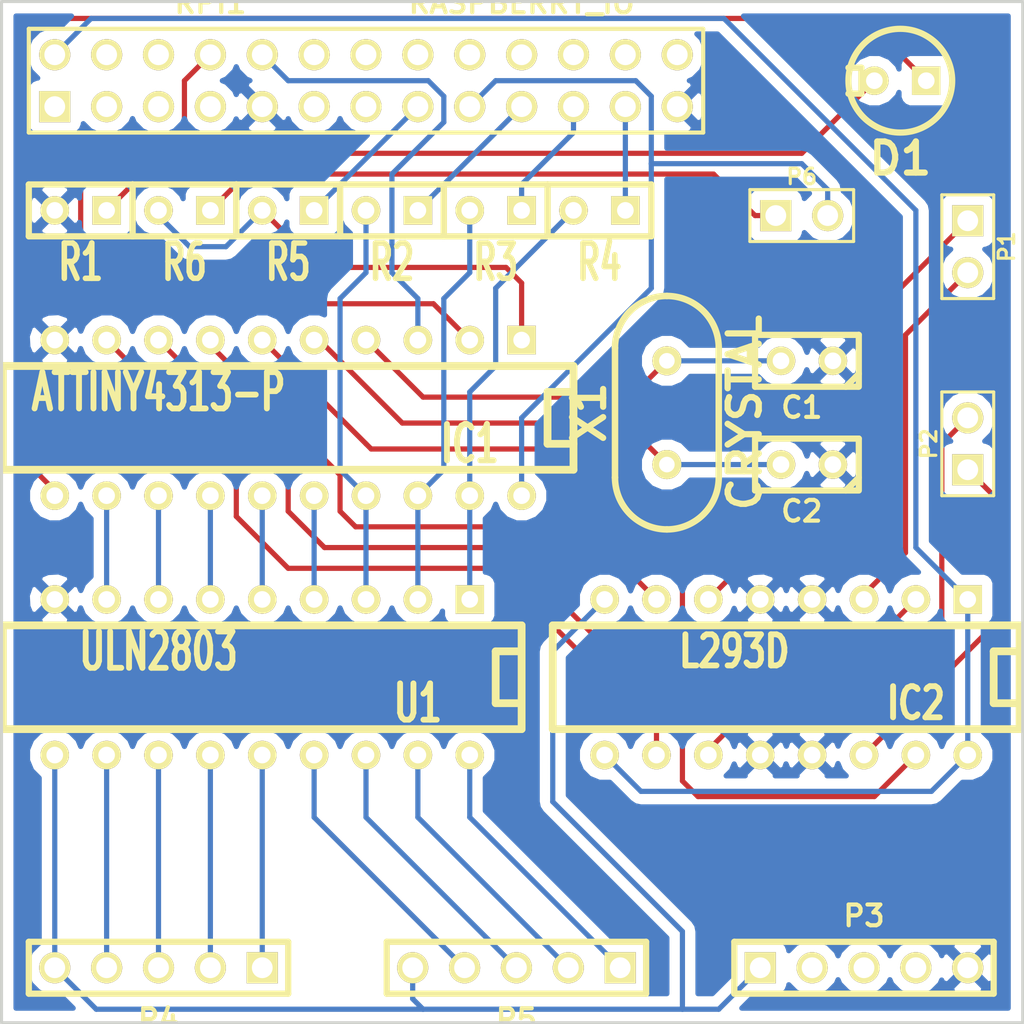
<source format=kicad_pcb>
(kicad_pcb (version 3) (host pcbnew "(2013-jul-07)-stable")

  (general
    (links 62)
    (no_connects 0)
    (area 19.621499 19.2024 70.294501 70.7136)
    (thickness 1.6)
    (drawings 4)
    (tracks 164)
    (zones 0)
    (modules 20)
    (nets 41)
  )

  (page A3)
  (layers
    (15 F.Cu signal hide)
    (0 B.Cu signal)
    (16 B.Adhes user)
    (17 F.Adhes user)
    (18 B.Paste user)
    (19 F.Paste user)
    (20 B.SilkS user)
    (21 F.SilkS user)
    (22 B.Mask user)
    (23 F.Mask user)
    (24 Dwgs.User user)
    (25 Cmts.User user)
    (26 Eco1.User user)
    (27 Eco2.User user)
    (28 Edge.Cuts user)
  )

  (setup
    (last_trace_width 0.254)
    (trace_clearance 0.254)
    (zone_clearance 0.508)
    (zone_45_only no)
    (trace_min 0.254)
    (segment_width 0.2)
    (edge_width 0.15)
    (via_size 0.889)
    (via_drill 0.635)
    (via_min_size 0.889)
    (via_min_drill 0.508)
    (uvia_size 0.508)
    (uvia_drill 0.127)
    (uvias_allowed no)
    (uvia_min_size 0.508)
    (uvia_min_drill 0.127)
    (pcb_text_width 0.3)
    (pcb_text_size 1 1)
    (mod_edge_width 0.15)
    (mod_text_size 1 1)
    (mod_text_width 0.15)
    (pad_size 1 1)
    (pad_drill 0.6)
    (pad_to_mask_clearance 0)
    (aux_axis_origin 0 0)
    (visible_elements FFFFFFBF)
    (pcbplotparams
      (layerselection 3178497)
      (usegerberextensions true)
      (excludeedgelayer true)
      (linewidth 0.150000)
      (plotframeref false)
      (viasonmask false)
      (mode 1)
      (useauxorigin false)
      (hpglpennumber 1)
      (hpglpenspeed 20)
      (hpglpendiameter 15)
      (hpglpenoverlay 2)
      (psnegative false)
      (psa4output false)
      (plotreference true)
      (plotvalue true)
      (plotothertext true)
      (plotinvisibletext false)
      (padsonsilk false)
      (subtractmaskfromsilk false)
      (outputformat 1)
      (mirror false)
      (drillshape 1)
      (scaleselection 1)
      (outputdirectory ""))
  )

  (net 0 "")
  (net 1 GND)
  (net 2 N-000001)
  (net 3 N-0000010)
  (net 4 N-0000011)
  (net 5 N-0000012)
  (net 6 N-0000013)
  (net 7 N-0000014)
  (net 8 N-0000015)
  (net 9 N-0000016)
  (net 10 N-0000017)
  (net 11 N-0000019)
  (net 12 N-000002)
  (net 13 N-0000020)
  (net 14 N-0000021)
  (net 15 N-0000022)
  (net 16 N-0000023)
  (net 17 N-0000024)
  (net 18 N-0000025)
  (net 19 N-0000026)
  (net 20 N-0000027)
  (net 21 N-0000028)
  (net 22 N-0000029)
  (net 23 N-0000030)
  (net 24 N-0000031)
  (net 25 N-0000032)
  (net 26 N-0000035)
  (net 27 N-0000036)
  (net 28 N-0000037)
  (net 29 N-0000038)
  (net 30 N-0000039)
  (net 31 N-000004)
  (net 32 N-0000043)
  (net 33 N-000005)
  (net 34 N-0000059)
  (net 35 N-000006)
  (net 36 N-0000060)
  (net 37 N-000007)
  (net 38 N-000008)
  (net 39 N-000009)
  (net 40 VCC)

  (net_class Default "This is the default net class."
    (clearance 0.254)
    (trace_width 0.254)
    (via_dia 0.889)
    (via_drill 0.635)
    (uvia_dia 0.508)
    (uvia_drill 0.127)
    (add_net "")
    (add_net GND)
    (add_net N-000001)
    (add_net N-0000010)
    (add_net N-0000011)
    (add_net N-0000012)
    (add_net N-0000013)
    (add_net N-0000014)
    (add_net N-0000015)
    (add_net N-0000016)
    (add_net N-0000017)
    (add_net N-0000019)
    (add_net N-000002)
    (add_net N-0000020)
    (add_net N-0000021)
    (add_net N-0000022)
    (add_net N-0000023)
    (add_net N-0000024)
    (add_net N-0000025)
    (add_net N-0000026)
    (add_net N-0000027)
    (add_net N-0000028)
    (add_net N-0000029)
    (add_net N-0000030)
    (add_net N-0000031)
    (add_net N-0000032)
    (add_net N-0000035)
    (add_net N-0000036)
    (add_net N-0000037)
    (add_net N-0000038)
    (add_net N-0000039)
    (add_net N-000004)
    (add_net N-0000043)
    (add_net N-000005)
    (add_net N-0000059)
    (add_net N-000006)
    (add_net N-0000060)
    (add_net N-000007)
    (add_net N-000008)
    (add_net N-000009)
    (add_net VCC)
  )

  (module SIL-2 (layer F.Cu) (tedit 200000) (tstamp 55AFBCCE)
    (at 28.956 30.226 180)
    (descr "Connecteurs 2 pins")
    (tags "CONN DEV")
    (path /55AFB883)
    (fp_text reference R6 (at 0 -2.54 180) (layer F.SilkS)
      (effects (font (size 1.72974 1.08712) (thickness 0.3048)))
    )
    (fp_text value R (at 0 -2.54 180) (layer F.SilkS) hide
      (effects (font (size 1.524 1.016) (thickness 0.3048)))
    )
    (fp_line (start -2.54 1.27) (end -2.54 -1.27) (layer F.SilkS) (width 0.3048))
    (fp_line (start -2.54 -1.27) (end 2.54 -1.27) (layer F.SilkS) (width 0.3048))
    (fp_line (start 2.54 -1.27) (end 2.54 1.27) (layer F.SilkS) (width 0.3048))
    (fp_line (start 2.54 1.27) (end -2.54 1.27) (layer F.SilkS) (width 0.3048))
    (pad 1 thru_hole rect (at -1.27 0 180) (size 1.397 1.397) (drill 0.8128)
      (layers *.Cu *.Mask F.SilkS)
      (net 25 N-0000032)
    )
    (pad 2 thru_hole circle (at 1.27 0 180) (size 1.397 1.397) (drill 0.8128)
      (layers *.Cu *.Mask F.SilkS)
      (net 38 N-000008)
    )
  )

  (module SIL-2 (layer F.Cu) (tedit 200000) (tstamp 55AFB911)
    (at 49.276 30.226 180)
    (descr "Connecteurs 2 pins")
    (tags "CONN DEV")
    (path /55AEABA3)
    (fp_text reference R4 (at 0 -2.54 180) (layer F.SilkS)
      (effects (font (size 1.72974 1.08712) (thickness 0.3048)))
    )
    (fp_text value R (at 0 -2.54 180) (layer F.SilkS) hide
      (effects (font (size 1.524 1.016) (thickness 0.3048)))
    )
    (fp_line (start -2.54 1.27) (end -2.54 -1.27) (layer F.SilkS) (width 0.3048))
    (fp_line (start -2.54 -1.27) (end 2.54 -1.27) (layer F.SilkS) (width 0.3048))
    (fp_line (start 2.54 -1.27) (end 2.54 1.27) (layer F.SilkS) (width 0.3048))
    (fp_line (start 2.54 1.27) (end -2.54 1.27) (layer F.SilkS) (width 0.3048))
    (pad 1 thru_hole rect (at -1.27 0 180) (size 1.397 1.397) (drill 0.8128)
      (layers *.Cu *.Mask F.SilkS)
      (net 29 N-0000038)
    )
    (pad 2 thru_hole circle (at 1.27 0 180) (size 1.397 1.397) (drill 0.8128)
      (layers *.Cu *.Mask F.SilkS)
      (net 27 N-0000036)
    )
  )

  (module SIL-2 (layer F.Cu) (tedit 200000) (tstamp 55AFB91B)
    (at 44.196 30.226 180)
    (descr "Connecteurs 2 pins")
    (tags "CONN DEV")
    (path /55AEAB94)
    (fp_text reference R3 (at 0 -2.54 180) (layer F.SilkS)
      (effects (font (size 1.72974 1.08712) (thickness 0.3048)))
    )
    (fp_text value R (at 0 -2.54 180) (layer F.SilkS) hide
      (effects (font (size 1.524 1.016) (thickness 0.3048)))
    )
    (fp_line (start -2.54 1.27) (end -2.54 -1.27) (layer F.SilkS) (width 0.3048))
    (fp_line (start -2.54 -1.27) (end 2.54 -1.27) (layer F.SilkS) (width 0.3048))
    (fp_line (start 2.54 -1.27) (end 2.54 1.27) (layer F.SilkS) (width 0.3048))
    (fp_line (start 2.54 1.27) (end -2.54 1.27) (layer F.SilkS) (width 0.3048))
    (pad 1 thru_hole rect (at -1.27 0 180) (size 1.397 1.397) (drill 0.8128)
      (layers *.Cu *.Mask F.SilkS)
      (net 30 N-0000039)
    )
    (pad 2 thru_hole circle (at 1.27 0 180) (size 1.397 1.397) (drill 0.8128)
      (layers *.Cu *.Mask F.SilkS)
      (net 28 N-0000037)
    )
  )

  (module SIL-2 (layer F.Cu) (tedit 200000) (tstamp 55AFBC9D)
    (at 39.116 30.226 180)
    (descr "Connecteurs 2 pins")
    (tags "CONN DEV")
    (path /55AEAAFA)
    (fp_text reference R2 (at 0 -2.54 180) (layer F.SilkS)
      (effects (font (size 1.72974 1.08712) (thickness 0.3048)))
    )
    (fp_text value R (at 0 -2.54 180) (layer F.SilkS) hide
      (effects (font (size 1.524 1.016) (thickness 0.3048)))
    )
    (fp_line (start -2.54 1.27) (end -2.54 -1.27) (layer F.SilkS) (width 0.3048))
    (fp_line (start -2.54 -1.27) (end 2.54 -1.27) (layer F.SilkS) (width 0.3048))
    (fp_line (start 2.54 -1.27) (end 2.54 1.27) (layer F.SilkS) (width 0.3048))
    (fp_line (start 2.54 1.27) (end -2.54 1.27) (layer F.SilkS) (width 0.3048))
    (pad 1 thru_hole rect (at -1.27 0 180) (size 1.397 1.397) (drill 0.8128)
      (layers *.Cu *.Mask F.SilkS)
      (net 17 N-0000024)
    )
    (pad 2 thru_hole circle (at 1.27 0 180) (size 1.397 1.397) (drill 0.8128)
      (layers *.Cu *.Mask F.SilkS)
      (net 16 N-0000023)
    )
  )

  (module SIL-2 (layer F.Cu) (tedit 200000) (tstamp 55AFBCD9)
    (at 34.036 30.226 180)
    (descr "Connecteurs 2 pins")
    (tags "CONN DEV")
    (path /55AEAA57)
    (fp_text reference R5 (at 0 -2.54 180) (layer F.SilkS)
      (effects (font (size 1.72974 1.08712) (thickness 0.3048)))
    )
    (fp_text value R (at 0 -2.54 180) (layer F.SilkS) hide
      (effects (font (size 1.524 1.016) (thickness 0.3048)))
    )
    (fp_line (start -2.54 1.27) (end -2.54 -1.27) (layer F.SilkS) (width 0.3048))
    (fp_line (start -2.54 -1.27) (end 2.54 -1.27) (layer F.SilkS) (width 0.3048))
    (fp_line (start 2.54 -1.27) (end 2.54 1.27) (layer F.SilkS) (width 0.3048))
    (fp_line (start 2.54 1.27) (end -2.54 1.27) (layer F.SilkS) (width 0.3048))
    (pad 1 thru_hole rect (at -1.27 0 180) (size 1.397 1.397) (drill 0.8128)
      (layers *.Cu *.Mask F.SilkS)
      (net 39 N-000009)
    )
    (pad 2 thru_hole circle (at 1.27 0 180) (size 1.397 1.397) (drill 0.8128)
      (layers *.Cu *.Mask F.SilkS)
      (net 38 N-000008)
    )
  )

  (module SIL-2 (layer F.Cu) (tedit 200000) (tstamp 55AFB939)
    (at 23.876 30.226 180)
    (descr "Connecteurs 2 pins")
    (tags "CONN DEV")
    (path /55AEB3B3)
    (fp_text reference R1 (at 0 -2.54 180) (layer F.SilkS)
      (effects (font (size 1.72974 1.08712) (thickness 0.3048)))
    )
    (fp_text value R (at 0 -2.54 180) (layer F.SilkS) hide
      (effects (font (size 1.524 1.016) (thickness 0.3048)))
    )
    (fp_line (start -2.54 1.27) (end -2.54 -1.27) (layer F.SilkS) (width 0.3048))
    (fp_line (start -2.54 -1.27) (end 2.54 -1.27) (layer F.SilkS) (width 0.3048))
    (fp_line (start 2.54 -1.27) (end 2.54 1.27) (layer F.SilkS) (width 0.3048))
    (fp_line (start 2.54 1.27) (end -2.54 1.27) (layer F.SilkS) (width 0.3048))
    (pad 1 thru_hole rect (at -1.27 0 180) (size 1.397 1.397) (drill 0.8128)
      (layers *.Cu *.Mask F.SilkS)
      (net 6 N-0000013)
    )
    (pad 2 thru_hole circle (at 1.27 0 180) (size 1.397 1.397) (drill 0.8128)
      (layers *.Cu *.Mask F.SilkS)
      (net 1 GND)
    )
  )

  (module PIN_ARRAY_5x1 (layer F.Cu) (tedit 45976D86) (tstamp 55AFB946)
    (at 62.23 67.31)
    (descr "Double rangee de contacts 2 x 5 pins")
    (tags CONN)
    (path /55AEA41B)
    (fp_text reference P3 (at 0 -2.54) (layer F.SilkS)
      (effects (font (size 1.016 1.016) (thickness 0.2032)))
    )
    (fp_text value CONN_5 (at 0 2.54) (layer F.SilkS) hide
      (effects (font (size 1.016 1.016) (thickness 0.2032)))
    )
    (fp_line (start -6.35 -1.27) (end -6.35 1.27) (layer F.SilkS) (width 0.3048))
    (fp_line (start 6.35 1.27) (end 6.35 -1.27) (layer F.SilkS) (width 0.3048))
    (fp_line (start -6.35 -1.27) (end 6.35 -1.27) (layer F.SilkS) (width 0.3048))
    (fp_line (start 6.35 1.27) (end -6.35 1.27) (layer F.SilkS) (width 0.3048))
    (pad 1 thru_hole rect (at -5.08 0) (size 1.524 1.524) (drill 1.016)
      (layers *.Cu *.Mask F.SilkS)
      (net 18 N-0000025)
    )
    (pad 2 thru_hole circle (at -2.54 0) (size 1.524 1.524) (drill 1.016)
      (layers *.Cu *.Mask F.SilkS)
    )
    (pad 3 thru_hole circle (at 0 0) (size 1.524 1.524) (drill 1.016)
      (layers *.Cu *.Mask F.SilkS)
    )
    (pad 4 thru_hole circle (at 2.54 0) (size 1.524 1.524) (drill 1.016)
      (layers *.Cu *.Mask F.SilkS)
    )
    (pad 5 thru_hole circle (at 5.08 0) (size 1.524 1.524) (drill 1.016)
      (layers *.Cu *.Mask F.SilkS)
      (net 1 GND)
    )
    (model pin_array/pins_array_5x1.wrl
      (at (xyz 0 0 0))
      (scale (xyz 1 1 1))
      (rotate (xyz 0 0 0))
    )
  )

  (module PIN_ARRAY_5x1 (layer F.Cu) (tedit 45976D86) (tstamp 55AFB953)
    (at 27.686 67.31 180)
    (descr "Double rangee de contacts 2 x 5 pins")
    (tags CONN)
    (path /55AEA6F9)
    (fp_text reference P4 (at 0 -2.54 180) (layer F.SilkS)
      (effects (font (size 1.016 1.016) (thickness 0.2032)))
    )
    (fp_text value CONN_5 (at 0 2.54 180) (layer F.SilkS) hide
      (effects (font (size 1.016 1.016) (thickness 0.2032)))
    )
    (fp_line (start -6.35 -1.27) (end -6.35 1.27) (layer F.SilkS) (width 0.3048))
    (fp_line (start 6.35 1.27) (end 6.35 -1.27) (layer F.SilkS) (width 0.3048))
    (fp_line (start -6.35 -1.27) (end 6.35 -1.27) (layer F.SilkS) (width 0.3048))
    (fp_line (start 6.35 1.27) (end -6.35 1.27) (layer F.SilkS) (width 0.3048))
    (pad 1 thru_hole rect (at -5.08 0 180) (size 1.524 1.524) (drill 1.016)
      (layers *.Cu *.Mask F.SilkS)
      (net 21 N-0000028)
    )
    (pad 2 thru_hole circle (at -2.54 0 180) (size 1.524 1.524) (drill 1.016)
      (layers *.Cu *.Mask F.SilkS)
      (net 20 N-0000027)
    )
    (pad 3 thru_hole circle (at 0 0 180) (size 1.524 1.524) (drill 1.016)
      (layers *.Cu *.Mask F.SilkS)
      (net 19 N-0000026)
    )
    (pad 4 thru_hole circle (at 2.54 0 180) (size 1.524 1.524) (drill 1.016)
      (layers *.Cu *.Mask F.SilkS)
      (net 15 N-0000022)
    )
    (pad 5 thru_hole circle (at 5.08 0 180) (size 1.524 1.524) (drill 1.016)
      (layers *.Cu *.Mask F.SilkS)
      (net 18 N-0000025)
    )
    (model pin_array/pins_array_5x1.wrl
      (at (xyz 0 0 0))
      (scale (xyz 1 1 1))
      (rotate (xyz 0 0 0))
    )
  )

  (module PIN_ARRAY_5x1 (layer F.Cu) (tedit 45976D86) (tstamp 55AFB960)
    (at 45.212 67.31 180)
    (descr "Double rangee de contacts 2 x 5 pins")
    (tags CONN)
    (path /55AEA6EA)
    (fp_text reference P5 (at 0 -2.54 180) (layer F.SilkS)
      (effects (font (size 1.016 1.016) (thickness 0.2032)))
    )
    (fp_text value CONN_5 (at 0 2.54 180) (layer F.SilkS) hide
      (effects (font (size 1.016 1.016) (thickness 0.2032)))
    )
    (fp_line (start -6.35 -1.27) (end -6.35 1.27) (layer F.SilkS) (width 0.3048))
    (fp_line (start 6.35 1.27) (end 6.35 -1.27) (layer F.SilkS) (width 0.3048))
    (fp_line (start -6.35 -1.27) (end 6.35 -1.27) (layer F.SilkS) (width 0.3048))
    (fp_line (start 6.35 1.27) (end -6.35 1.27) (layer F.SilkS) (width 0.3048))
    (pad 1 thru_hole rect (at -5.08 0 180) (size 1.524 1.524) (drill 1.016)
      (layers *.Cu *.Mask F.SilkS)
      (net 24 N-0000031)
    )
    (pad 2 thru_hole circle (at -2.54 0 180) (size 1.524 1.524) (drill 1.016)
      (layers *.Cu *.Mask F.SilkS)
      (net 23 N-0000030)
    )
    (pad 3 thru_hole circle (at 0 0 180) (size 1.524 1.524) (drill 1.016)
      (layers *.Cu *.Mask F.SilkS)
      (net 22 N-0000029)
    )
    (pad 4 thru_hole circle (at 2.54 0 180) (size 1.524 1.524) (drill 1.016)
      (layers *.Cu *.Mask F.SilkS)
      (net 32 N-0000043)
    )
    (pad 5 thru_hole circle (at 5.08 0 180) (size 1.524 1.524) (drill 1.016)
      (layers *.Cu *.Mask F.SilkS)
      (net 18 N-0000025)
    )
    (model pin_array/pins_array_5x1.wrl
      (at (xyz 0 0 0))
      (scale (xyz 1 1 1))
      (rotate (xyz 0 0 0))
    )
  )

  (module PIN_ARRAY_2X1 (layer F.Cu) (tedit 4565C520) (tstamp 55AFB96A)
    (at 59.182 30.48)
    (descr "Connecteurs 2 pins")
    (tags "CONN DEV")
    (path /55AFB8B4)
    (fp_text reference P6 (at 0 -1.905) (layer F.SilkS)
      (effects (font (size 0.762 0.762) (thickness 0.1524)))
    )
    (fp_text value CONN_2 (at 0 -1.905) (layer F.SilkS) hide
      (effects (font (size 0.762 0.762) (thickness 0.1524)))
    )
    (fp_line (start -2.54 1.27) (end -2.54 -1.27) (layer F.SilkS) (width 0.1524))
    (fp_line (start -2.54 -1.27) (end 2.54 -1.27) (layer F.SilkS) (width 0.1524))
    (fp_line (start 2.54 -1.27) (end 2.54 1.27) (layer F.SilkS) (width 0.1524))
    (fp_line (start 2.54 1.27) (end -2.54 1.27) (layer F.SilkS) (width 0.1524))
    (pad 1 thru_hole rect (at -1.27 0) (size 1.524 1.524) (drill 1.016)
      (layers *.Cu *.Mask F.SilkS)
      (net 25 N-0000032)
    )
    (pad 2 thru_hole circle (at 1.27 0) (size 1.524 1.524) (drill 1.016)
      (layers *.Cu *.Mask F.SilkS)
      (net 12 N-000002)
    )
    (model pin_array/pins_array_2x1.wrl
      (at (xyz 0 0 0))
      (scale (xyz 1 1 1))
      (rotate (xyz 0 0 0))
    )
  )

  (module PIN_ARRAY_2X1 (layer F.Cu) (tedit 4565C520) (tstamp 55AFC1C3)
    (at 67.31 32.004 270)
    (descr "Connecteurs 2 pins")
    (tags "CONN DEV")
    (path /55AEA054)
    (fp_text reference P1 (at 0 -1.905 270) (layer F.SilkS)
      (effects (font (size 0.762 0.762) (thickness 0.1524)))
    )
    (fp_text value CONN_2 (at 0 -1.905 270) (layer F.SilkS) hide
      (effects (font (size 0.762 0.762) (thickness 0.1524)))
    )
    (fp_line (start -2.54 1.27) (end -2.54 -1.27) (layer F.SilkS) (width 0.1524))
    (fp_line (start -2.54 -1.27) (end 2.54 -1.27) (layer F.SilkS) (width 0.1524))
    (fp_line (start 2.54 -1.27) (end 2.54 1.27) (layer F.SilkS) (width 0.1524))
    (fp_line (start 2.54 1.27) (end -2.54 1.27) (layer F.SilkS) (width 0.1524))
    (pad 1 thru_hole rect (at -1.27 0 270) (size 1.524 1.524) (drill 1.016)
      (layers *.Cu *.Mask F.SilkS)
      (net 3 N-0000010)
    )
    (pad 2 thru_hole circle (at 1.27 0 270) (size 1.524 1.524) (drill 1.016)
      (layers *.Cu *.Mask F.SilkS)
      (net 4 N-0000011)
    )
    (model pin_array/pins_array_2x1.wrl
      (at (xyz 0 0 0))
      (scale (xyz 1 1 1))
      (rotate (xyz 0 0 0))
    )
  )

  (module PIN_ARRAY_2X1 (layer F.Cu) (tedit 4565C520) (tstamp 55AFC1B8)
    (at 67.31 41.656 90)
    (descr "Connecteurs 2 pins")
    (tags "CONN DEV")
    (path /55AEA045)
    (fp_text reference P2 (at 0 -1.905 90) (layer F.SilkS)
      (effects (font (size 0.762 0.762) (thickness 0.1524)))
    )
    (fp_text value CONN_2 (at 0 -1.905 90) (layer F.SilkS) hide
      (effects (font (size 0.762 0.762) (thickness 0.1524)))
    )
    (fp_line (start -2.54 1.27) (end -2.54 -1.27) (layer F.SilkS) (width 0.1524))
    (fp_line (start -2.54 -1.27) (end 2.54 -1.27) (layer F.SilkS) (width 0.1524))
    (fp_line (start 2.54 -1.27) (end 2.54 1.27) (layer F.SilkS) (width 0.1524))
    (fp_line (start 2.54 1.27) (end -2.54 1.27) (layer F.SilkS) (width 0.1524))
    (pad 1 thru_hole rect (at -1.27 0 90) (size 1.524 1.524) (drill 1.016)
      (layers *.Cu *.Mask F.SilkS)
      (net 7 N-0000014)
    )
    (pad 2 thru_hole circle (at 1.27 0 90) (size 1.524 1.524) (drill 1.016)
      (layers *.Cu *.Mask F.SilkS)
      (net 8 N-0000015)
    )
    (model pin_array/pins_array_2x1.wrl
      (at (xyz 0 0 0))
      (scale (xyz 1 1 1))
      (rotate (xyz 0 0 0))
    )
  )

  (module pin_array_13x2 (layer F.Cu) (tedit 5031D825) (tstamp 55AFB9A0)
    (at 37.846 23.876)
    (descr "2 x 13 pins connector")
    (tags CONN)
    (path /55AE99CA)
    (fp_text reference RPi1 (at -7.62 -3.81) (layer F.SilkS)
      (effects (font (size 1.016 1.016) (thickness 0.2032)))
    )
    (fp_text value RASPBERRY_IO (at 7.62 -3.81) (layer F.SilkS)
      (effects (font (size 1.016 1.016) (thickness 0.2032)))
    )
    (fp_line (start -16.51 2.54) (end 16.51 2.54) (layer F.SilkS) (width 0.2032))
    (fp_line (start 16.51 -2.54) (end -16.51 -2.54) (layer F.SilkS) (width 0.2032))
    (fp_line (start -16.51 -2.54) (end -16.51 2.54) (layer F.SilkS) (width 0.2032))
    (fp_line (start 16.51 2.54) (end 16.51 -2.54) (layer F.SilkS) (width 0.2032))
    (pad 1 thru_hole rect (at -15.24 1.27) (size 1.524 1.524) (drill 1.016)
      (layers *.Cu *.Mask F.SilkS)
    )
    (pad 2 thru_hole circle (at -15.24 -1.27) (size 1.524 1.524) (drill 1.016)
      (layers *.Cu *.Mask F.SilkS)
      (net 40 VCC)
    )
    (pad 3 thru_hole circle (at -12.7 1.27) (size 1.524 1.524) (drill 1.016)
      (layers *.Cu *.Mask F.SilkS)
    )
    (pad 4 thru_hole circle (at -12.7 -1.27) (size 1.524 1.524) (drill 1.016)
      (layers *.Cu *.Mask F.SilkS)
    )
    (pad 5 thru_hole circle (at -10.16 1.27) (size 1.524 1.524) (drill 1.016)
      (layers *.Cu *.Mask F.SilkS)
    )
    (pad 6 thru_hole circle (at -10.16 -1.27) (size 1.524 1.524) (drill 1.016)
      (layers *.Cu *.Mask F.SilkS)
    )
    (pad 7 thru_hole circle (at -7.62 1.27) (size 1.524 1.524) (drill 1.016)
      (layers *.Cu *.Mask F.SilkS)
    )
    (pad 8 thru_hole circle (at -7.62 -1.27) (size 1.524 1.524) (drill 1.016)
      (layers *.Cu *.Mask F.SilkS)
      (net 26 N-0000035)
    )
    (pad 9 thru_hole circle (at -5.08 1.27) (size 1.524 1.524) (drill 1.016)
      (layers *.Cu *.Mask F.SilkS)
      (net 1 GND)
    )
    (pad 10 thru_hole circle (at -5.08 -1.27) (size 1.524 1.524) (drill 1.016)
      (layers *.Cu *.Mask F.SilkS)
      (net 5 N-0000012)
    )
    (pad 11 thru_hole circle (at -2.54 1.27) (size 1.524 1.524) (drill 1.016)
      (layers *.Cu *.Mask F.SilkS)
    )
    (pad 12 thru_hole circle (at -2.54 -1.27) (size 1.524 1.524) (drill 1.016)
      (layers *.Cu *.Mask F.SilkS)
    )
    (pad 13 thru_hole circle (at 0 1.27) (size 1.524 1.524) (drill 1.016)
      (layers *.Cu *.Mask F.SilkS)
    )
    (pad 14 thru_hole circle (at 0 -1.27) (size 1.524 1.524) (drill 1.016)
      (layers *.Cu *.Mask F.SilkS)
    )
    (pad 15 thru_hole circle (at 2.54 1.27) (size 1.524 1.524) (drill 1.016)
      (layers *.Cu *.Mask F.SilkS)
      (net 39 N-000009)
    )
    (pad 16 thru_hole circle (at 2.54 -1.27) (size 1.524 1.524) (drill 1.016)
      (layers *.Cu *.Mask F.SilkS)
    )
    (pad 17 thru_hole circle (at 5.08 1.27) (size 1.524 1.524) (drill 1.016)
      (layers *.Cu *.Mask F.SilkS)
      (net 12 N-000002)
    )
    (pad 18 thru_hole circle (at 5.08 -1.27) (size 1.524 1.524) (drill 1.016)
      (layers *.Cu *.Mask F.SilkS)
    )
    (pad 19 thru_hole circle (at 7.62 1.27) (size 1.524 1.524) (drill 1.016)
      (layers *.Cu *.Mask F.SilkS)
      (net 17 N-0000024)
    )
    (pad 20 thru_hole circle (at 7.62 -1.27) (size 1.524 1.524) (drill 1.016)
      (layers *.Cu *.Mask F.SilkS)
    )
    (pad 21 thru_hole circle (at 10.16 1.27) (size 1.524 1.524) (drill 1.016)
      (layers *.Cu *.Mask F.SilkS)
      (net 30 N-0000039)
    )
    (pad 22 thru_hole circle (at 10.16 -1.27) (size 1.524 1.524) (drill 1.016)
      (layers *.Cu *.Mask F.SilkS)
    )
    (pad 23 thru_hole circle (at 12.7 1.27) (size 1.524 1.524) (drill 1.016)
      (layers *.Cu *.Mask F.SilkS)
      (net 29 N-0000038)
    )
    (pad 24 thru_hole circle (at 12.7 -1.27) (size 1.524 1.524) (drill 1.016)
      (layers *.Cu *.Mask F.SilkS)
    )
    (pad 25 thru_hole circle (at 15.24 1.27) (size 1.524 1.524) (drill 1.016)
      (layers *.Cu *.Mask F.SilkS)
      (net 1 GND)
    )
    (pad 26 thru_hole circle (at 15.24 -1.27) (size 1.524 1.524) (drill 1.016)
      (layers *.Cu *.Mask F.SilkS)
    )
    (model pin_array/pins_array_13x2.wrl
      (at (xyz 0 0 0))
      (scale (xyz 1 1 1))
      (rotate (xyz 0 0 0))
    )
  )

  (module LEDV (layer F.Cu) (tedit 200000) (tstamp 55AFB9AA)
    (at 64.008 23.876 180)
    (descr "Led verticale diam 6mm")
    (tags "LED DEV")
    (path /55AEB3DD)
    (fp_text reference D1 (at 0 -3.81 180) (layer F.SilkS)
      (effects (font (size 1.524 1.524) (thickness 0.3048)))
    )
    (fp_text value LED (at 0 -3.81 180) (layer F.SilkS) hide
      (effects (font (size 1.524 1.524) (thickness 0.3048)))
    )
    (fp_circle (center 0 0) (end -2.54 0) (layer F.SilkS) (width 0.3048))
    (fp_line (start 2.54 -0.635) (end 1.905 -0.635) (layer F.SilkS) (width 0.3048))
    (fp_line (start 1.905 -0.635) (end 1.905 0.635) (layer F.SilkS) (width 0.3048))
    (fp_line (start 1.905 0.635) (end 2.54 0.635) (layer F.SilkS) (width 0.3048))
    (pad 1 thru_hole rect (at -1.27 0 180) (size 1.397 1.397) (drill 0.8128)
      (layers *.Cu *.Mask F.SilkS)
      (net 37 N-000007)
    )
    (pad 2 thru_hole circle (at 1.27 0 180) (size 1.397 1.397) (drill 0.8128)
      (layers *.Cu *.Mask F.SilkS)
      (net 6 N-0000013)
    )
    (model discret/led5_vertical.wrl
      (at (xyz 0 0 0))
      (scale (xyz 1 1 1))
      (rotate (xyz 0 0 0))
    )
  )

  (module HC-49V (layer F.Cu) (tedit 4C5EC450) (tstamp 55AFB9B6)
    (at 52.578 40.132 90)
    (descr "Quartz boitier HC-49 Vertical")
    (tags "QUARTZ DEV")
    (path /55AEAF87)
    (autoplace_cost180 10)
    (fp_text reference X1 (at 0 -3.81 90) (layer F.SilkS)
      (effects (font (size 1.524 1.524) (thickness 0.3048)))
    )
    (fp_text value CRYSTAL (at 0 3.81 90) (layer F.SilkS)
      (effects (font (size 1.524 1.524) (thickness 0.3048)))
    )
    (fp_line (start -3.175 2.54) (end 3.175 2.54) (layer F.SilkS) (width 0.3175))
    (fp_line (start -3.175 -2.54) (end 3.175 -2.54) (layer F.SilkS) (width 0.3175))
    (fp_arc (start 3.175 0) (end 3.175 -2.54) (angle 90) (layer F.SilkS) (width 0.3175))
    (fp_arc (start 3.175 0) (end 5.715 0) (angle 90) (layer F.SilkS) (width 0.3175))
    (fp_arc (start -3.175 0) (end -5.715 0) (angle 90) (layer F.SilkS) (width 0.3175))
    (fp_arc (start -3.175 0) (end -3.175 2.54) (angle 90) (layer F.SilkS) (width 0.3175))
    (pad 1 thru_hole circle (at -2.54 0 90) (size 1.4224 1.4224) (drill 0.762)
      (layers *.Cu *.Mask F.SilkS)
      (net 36 N-0000060)
    )
    (pad 2 thru_hole circle (at 2.54 0 90) (size 1.4224 1.4224) (drill 0.762)
      (layers *.Cu *.Mask F.SilkS)
      (net 34 N-0000059)
    )
    (model discret/xtal/crystal_hc18u_vertical.wrl
      (at (xyz 0 0 0))
      (scale (xyz 1 1 0.2))
      (rotate (xyz 0 0 0))
    )
  )

  (module DIP-20__300 (layer F.Cu) (tedit 200000) (tstamp 55AFB9D5)
    (at 34.036 40.386 180)
    (descr "20 pins DIL package, round pads")
    (tags DIL)
    (path /55AE9841)
    (fp_text reference IC1 (at -8.89 -1.27 180) (layer F.SilkS)
      (effects (font (size 1.778 1.143) (thickness 0.3048)))
    )
    (fp_text value ATTINY4313-P (at 6.35 1.27 180) (layer F.SilkS)
      (effects (font (size 1.778 1.143) (thickness 0.3048)))
    )
    (fp_line (start -13.97 -1.27) (end -12.7 -1.27) (layer F.SilkS) (width 0.381))
    (fp_line (start -12.7 -1.27) (end -12.7 1.27) (layer F.SilkS) (width 0.381))
    (fp_line (start -12.7 1.27) (end -13.97 1.27) (layer F.SilkS) (width 0.381))
    (fp_line (start -13.97 -2.54) (end 13.97 -2.54) (layer F.SilkS) (width 0.381))
    (fp_line (start 13.97 -2.54) (end 13.97 2.54) (layer F.SilkS) (width 0.381))
    (fp_line (start 13.97 2.54) (end -13.97 2.54) (layer F.SilkS) (width 0.381))
    (fp_line (start -13.97 2.54) (end -13.97 -2.54) (layer F.SilkS) (width 0.381))
    (pad 1 thru_hole rect (at -11.43 3.81 180) (size 1.397 1.397) (drill 0.8128)
      (layers *.Cu *.Mask F.SilkS)
      (net 38 N-000008)
    )
    (pad 2 thru_hole circle (at -8.89 3.81 180) (size 1.397 1.397) (drill 0.8128)
      (layers *.Cu *.Mask F.SilkS)
      (net 26 N-0000035)
    )
    (pad 3 thru_hole circle (at -6.35 3.81 180) (size 1.397 1.397) (drill 0.8128)
      (layers *.Cu *.Mask F.SilkS)
      (net 5 N-0000012)
    )
    (pad 4 thru_hole circle (at -3.81 3.81 180) (size 1.397 1.397) (drill 0.8128)
      (layers *.Cu *.Mask F.SilkS)
      (net 34 N-0000059)
    )
    (pad 5 thru_hole circle (at -1.27 3.81 180) (size 1.397 1.397) (drill 0.8128)
      (layers *.Cu *.Mask F.SilkS)
      (net 36 N-0000060)
    )
    (pad 6 thru_hole circle (at 1.27 3.81 180) (size 1.397 1.397) (drill 0.8128)
      (layers *.Cu *.Mask F.SilkS)
      (net 35 N-000006)
    )
    (pad 7 thru_hole circle (at 3.81 3.81 180) (size 1.397 1.397) (drill 0.8128)
      (layers *.Cu *.Mask F.SilkS)
      (net 2 N-000001)
    )
    (pad 8 thru_hole circle (at 6.35 3.81 180) (size 1.397 1.397) (drill 0.8128)
      (layers *.Cu *.Mask F.SilkS)
      (net 33 N-000005)
    )
    (pad 9 thru_hole circle (at 8.89 3.81 180) (size 1.397 1.397) (drill 0.8128)
      (layers *.Cu *.Mask F.SilkS)
      (net 31 N-000004)
    )
    (pad 10 thru_hole circle (at 11.43 3.81 180) (size 1.397 1.397) (drill 0.8128)
      (layers *.Cu *.Mask F.SilkS)
      (net 1 GND)
    )
    (pad 11 thru_hole circle (at 11.43 -3.81 180) (size 1.397 1.397) (drill 0.8128)
      (layers *.Cu *.Mask F.SilkS)
      (net 37 N-000007)
    )
    (pad 12 thru_hole circle (at 8.89 -3.81 180) (size 1.397 1.397) (drill 0.8128)
      (layers *.Cu *.Mask F.SilkS)
      (net 11 N-0000019)
    )
    (pad 13 thru_hole circle (at 6.35 -3.81 180) (size 1.397 1.397) (drill 0.8128)
      (layers *.Cu *.Mask F.SilkS)
      (net 13 N-0000020)
    )
    (pad 14 thru_hole circle (at 3.81 -3.81 180) (size 1.397 1.397) (drill 0.8128)
      (layers *.Cu *.Mask F.SilkS)
      (net 14 N-0000021)
    )
    (pad 15 thru_hole circle (at 1.27 -3.81 180) (size 1.397 1.397) (drill 0.8128)
      (layers *.Cu *.Mask F.SilkS)
      (net 9 N-0000016)
    )
    (pad 16 thru_hole circle (at -1.27 -3.81 180) (size 1.397 1.397) (drill 0.8128)
      (layers *.Cu *.Mask F.SilkS)
      (net 10 N-0000017)
    )
    (pad 17 thru_hole circle (at -3.81 -3.81 180) (size 1.397 1.397) (drill 0.8128)
      (layers *.Cu *.Mask F.SilkS)
      (net 16 N-0000023)
    )
    (pad 18 thru_hole circle (at -6.35 -3.81 180) (size 1.397 1.397) (drill 0.8128)
      (layers *.Cu *.Mask F.SilkS)
      (net 28 N-0000037)
    )
    (pad 19 thru_hole circle (at -8.89 -3.81 180) (size 1.397 1.397) (drill 0.8128)
      (layers *.Cu *.Mask F.SilkS)
      (net 27 N-0000036)
    )
    (pad 20 thru_hole circle (at -11.43 -3.81 180) (size 1.397 1.397) (drill 0.8128)
      (layers *.Cu *.Mask F.SilkS)
      (net 12 N-000002)
    )
    (model dil/dil_20.wrl
      (at (xyz 0 0 0))
      (scale (xyz 1 1 1))
      (rotate (xyz 0 0 0))
    )
  )

  (module DIP-18__300 (layer F.Cu) (tedit 200000) (tstamp 55AFB9F2)
    (at 32.766 53.086 180)
    (descr "8 pins DIL package, round pads")
    (path /55AE9B85)
    (fp_text reference U1 (at -7.62 -1.27 180) (layer F.SilkS)
      (effects (font (size 1.778 1.143) (thickness 0.3048)))
    )
    (fp_text value ULN2803 (at 5.08 1.27 180) (layer F.SilkS)
      (effects (font (size 1.778 1.143) (thickness 0.3048)))
    )
    (fp_line (start -12.7 -1.27) (end -11.43 -1.27) (layer F.SilkS) (width 0.381))
    (fp_line (start -11.43 -1.27) (end -11.43 1.27) (layer F.SilkS) (width 0.381))
    (fp_line (start -11.43 1.27) (end -12.7 1.27) (layer F.SilkS) (width 0.381))
    (fp_line (start -12.7 -2.54) (end 12.7 -2.54) (layer F.SilkS) (width 0.381))
    (fp_line (start 12.7 -2.54) (end 12.7 2.54) (layer F.SilkS) (width 0.381))
    (fp_line (start 12.7 2.54) (end -12.7 2.54) (layer F.SilkS) (width 0.381))
    (fp_line (start -12.7 2.54) (end -12.7 -2.54) (layer F.SilkS) (width 0.381))
    (pad 1 thru_hole rect (at -10.16 3.81 180) (size 1.397 1.397) (drill 0.8128)
      (layers *.Cu *.Mask F.SilkS)
      (net 27 N-0000036)
    )
    (pad 2 thru_hole circle (at -7.62 3.81 180) (size 1.397 1.397) (drill 0.8128)
      (layers *.Cu *.Mask F.SilkS)
      (net 28 N-0000037)
    )
    (pad 3 thru_hole circle (at -5.08 3.81 180) (size 1.397 1.397) (drill 0.8128)
      (layers *.Cu *.Mask F.SilkS)
      (net 16 N-0000023)
    )
    (pad 4 thru_hole circle (at -2.54 3.81 180) (size 1.397 1.397) (drill 0.8128)
      (layers *.Cu *.Mask F.SilkS)
      (net 10 N-0000017)
    )
    (pad 5 thru_hole circle (at 0 3.81 180) (size 1.397 1.397) (drill 0.8128)
      (layers *.Cu *.Mask F.SilkS)
      (net 9 N-0000016)
    )
    (pad 6 thru_hole circle (at 2.54 3.81 180) (size 1.397 1.397) (drill 0.8128)
      (layers *.Cu *.Mask F.SilkS)
      (net 14 N-0000021)
    )
    (pad 7 thru_hole circle (at 5.08 3.81 180) (size 1.397 1.397) (drill 0.8128)
      (layers *.Cu *.Mask F.SilkS)
      (net 13 N-0000020)
    )
    (pad 8 thru_hole circle (at 7.62 3.81 180) (size 1.397 1.397) (drill 0.8128)
      (layers *.Cu *.Mask F.SilkS)
      (net 11 N-0000019)
    )
    (pad 9 thru_hole circle (at 10.16 3.81 180) (size 1.397 1.397) (drill 0.8128)
      (layers *.Cu *.Mask F.SilkS)
      (net 1 GND)
    )
    (pad 10 thru_hole circle (at 10.16 -3.81 180) (size 1.397 1.397) (drill 0.8128)
      (layers *.Cu *.Mask F.SilkS)
      (net 18 N-0000025)
    )
    (pad 11 thru_hole circle (at 7.62 -3.81 180) (size 1.397 1.397) (drill 0.8128)
      (layers *.Cu *.Mask F.SilkS)
      (net 15 N-0000022)
    )
    (pad 12 thru_hole circle (at 5.08 -3.81 180) (size 1.397 1.397) (drill 0.8128)
      (layers *.Cu *.Mask F.SilkS)
      (net 19 N-0000026)
    )
    (pad 13 thru_hole circle (at 2.54 -3.81 180) (size 1.397 1.397) (drill 0.8128)
      (layers *.Cu *.Mask F.SilkS)
      (net 20 N-0000027)
    )
    (pad 14 thru_hole circle (at 0 -3.81 180) (size 1.397 1.397) (drill 0.8128)
      (layers *.Cu *.Mask F.SilkS)
      (net 21 N-0000028)
    )
    (pad 15 thru_hole circle (at -2.54 -3.81 180) (size 1.397 1.397) (drill 0.8128)
      (layers *.Cu *.Mask F.SilkS)
      (net 32 N-0000043)
    )
    (pad 16 thru_hole circle (at -5.08 -3.81 180) (size 1.397 1.397) (drill 0.8128)
      (layers *.Cu *.Mask F.SilkS)
      (net 22 N-0000029)
    )
    (pad 17 thru_hole circle (at -7.62 -3.81 180) (size 1.397 1.397) (drill 0.8128)
      (layers *.Cu *.Mask F.SilkS)
      (net 23 N-0000030)
    )
    (pad 18 thru_hole circle (at -10.16 -3.81 180) (size 1.397 1.397) (drill 0.8128)
      (layers *.Cu *.Mask F.SilkS)
      (net 24 N-0000031)
    )
    (model dil/dil_18.wrl
      (at (xyz 0 0 0))
      (scale (xyz 1 1 1))
      (rotate (xyz 0 0 0))
    )
  )

  (module DIP-16__300 (layer F.Cu) (tedit 55AFBE39) (tstamp 55AFBA0E)
    (at 58.42 53.086 180)
    (descr "16 pins DIL package, round pads")
    (tags DIL)
    (path /55AE9F11)
    (fp_text reference IC2 (at -6.35 -1.27 180) (layer F.SilkS)
      (effects (font (size 1.524 1.143) (thickness 0.3048)))
    )
    (fp_text value L293D (at 2.54 1.27 180) (layer F.SilkS)
      (effects (font (size 1.524 1.143) (thickness 0.3048)))
    )
    (fp_line (start -11.43 -1.27) (end -11.43 -1.27) (layer F.SilkS) (width 0.381))
    (fp_line (start -11.43 -1.27) (end -10.16 -1.27) (layer F.SilkS) (width 0.381))
    (fp_line (start -10.16 -1.27) (end -10.16 1.27) (layer F.SilkS) (width 0.381))
    (fp_line (start -10.16 1.27) (end -11.43 1.27) (layer F.SilkS) (width 0.381))
    (fp_line (start -11.43 -2.54) (end 11.43 -2.54) (layer F.SilkS) (width 0.381))
    (fp_line (start 11.43 -2.54) (end 11.43 2.54) (layer F.SilkS) (width 0.381))
    (fp_line (start 11.43 2.54) (end -11.43 2.54) (layer F.SilkS) (width 0.381))
    (fp_line (start -11.43 2.54) (end -11.43 -2.54) (layer F.SilkS) (width 0.381))
    (pad 1 thru_hole rect (at -8.89 3.81 180) (size 1.397 1.397) (drill 0.8128)
      (layers *.Cu *.Mask F.SilkS)
      (net 40 VCC)
    )
    (pad 2 thru_hole circle (at -6.35 3.81 180) (size 1.397 1.397) (drill 0.8128)
      (layers *.Cu *.Mask F.SilkS)
      (net 35 N-000006)
    )
    (pad 3 thru_hole circle (at -3.81 3.81 180) (size 1.397 1.397) (drill 0.8128)
      (layers *.Cu *.Mask F.SilkS)
      (net 4 N-0000011)
    )
    (pad 4 thru_hole circle (at -1.27 3.81 180) (size 1.397 1.397) (drill 0.8128)
      (layers *.Cu *.Mask F.SilkS)
      (net 1 GND)
    )
    (pad 5 thru_hole circle (at 1.27 3.81 180) (size 1.397 1.397) (drill 0.8128)
      (layers *.Cu *.Mask F.SilkS)
      (net 1 GND)
    )
    (pad 6 thru_hole circle (at 3.81 3.81 180) (size 1.397 1.397) (drill 0.8128)
      (layers *.Cu *.Mask F.SilkS)
      (net 3 N-0000010)
    )
    (pad 7 thru_hole circle (at 6.35 3.81 180) (size 1.397 1.397) (drill 0.8128)
      (layers *.Cu *.Mask F.SilkS)
      (net 2 N-000001)
    )
    (pad 8 thru_hole circle (at 8.89 3.81 180) (size 1.397 1.397) (drill 0.8128)
      (layers *.Cu *.Mask F.SilkS)
      (net 18 N-0000025)
    )
    (pad 9 thru_hole circle (at 8.89 -3.81 180) (size 1.397 1.397) (drill 0.8128)
      (layers *.Cu *.Mask F.SilkS)
      (net 40 VCC)
    )
    (pad 10 thru_hole circle (at 6.35 -3.81 180) (size 1.397 1.397) (drill 0.8128)
      (layers *.Cu *.Mask F.SilkS)
      (net 31 N-000004)
    )
    (pad 11 thru_hole circle (at 3.81 -3.81 180) (size 1.397 1.397) (drill 0.8128)
      (layers *.Cu *.Mask F.SilkS)
      (net 8 N-0000015)
    )
    (pad 12 thru_hole circle (at 1.27 -3.81 180) (size 1.397 1.397) (drill 0.8128)
      (layers *.Cu *.Mask F.SilkS)
      (net 1 GND)
    )
    (pad 13 thru_hole circle (at -1.27 -3.81 180) (size 1.397 1.397) (drill 0.8128)
      (layers *.Cu *.Mask F.SilkS)
      (net 1 GND)
    )
    (pad 14 thru_hole circle (at -3.81 -3.81 180) (size 1.397 1.397) (drill 0.8128)
      (layers *.Cu *.Mask F.SilkS)
      (net 7 N-0000014)
    )
    (pad 15 thru_hole circle (at -6.35 -3.81 180) (size 1.397 1.397) (drill 0.8128)
      (layers *.Cu *.Mask F.SilkS)
      (net 33 N-000005)
    )
    (pad 16 thru_hole circle (at -8.89 -3.81 180) (size 1.397 1.397) (drill 0.8128)
      (layers *.Cu *.Mask F.SilkS)
      (net 40 VCC)
    )
    (model dil/dil_16.wrl
      (at (xyz 0 0 0))
      (scale (xyz 1 1 1))
      (rotate (xyz 0 0 0))
    )
  )

  (module C1 (layer F.Cu) (tedit 3F92C496) (tstamp 55AFBA19)
    (at 59.436 42.672 180)
    (descr "Condensateur e = 1 pas")
    (tags C)
    (path /55AEB09A)
    (fp_text reference C2 (at 0.254 -2.286 180) (layer F.SilkS)
      (effects (font (size 1.016 1.016) (thickness 0.2032)))
    )
    (fp_text value C (at 0 -2.286 180) (layer F.SilkS) hide
      (effects (font (size 1.016 1.016) (thickness 0.2032)))
    )
    (fp_line (start -2.4892 -1.27) (end 2.54 -1.27) (layer F.SilkS) (width 0.3048))
    (fp_line (start 2.54 -1.27) (end 2.54 1.27) (layer F.SilkS) (width 0.3048))
    (fp_line (start 2.54 1.27) (end -2.54 1.27) (layer F.SilkS) (width 0.3048))
    (fp_line (start -2.54 1.27) (end -2.54 -1.27) (layer F.SilkS) (width 0.3048))
    (fp_line (start -2.54 -0.635) (end -1.905 -1.27) (layer F.SilkS) (width 0.3048))
    (pad 1 thru_hole circle (at -1.27 0 180) (size 1.397 1.397) (drill 0.8128)
      (layers *.Cu *.Mask F.SilkS)
      (net 1 GND)
    )
    (pad 2 thru_hole circle (at 1.27 0 180) (size 1.397 1.397) (drill 0.8128)
      (layers *.Cu *.Mask F.SilkS)
      (net 36 N-0000060)
    )
    (model discret/capa_1_pas.wrl
      (at (xyz 0 0 0))
      (scale (xyz 1 1 1))
      (rotate (xyz 0 0 0))
    )
  )

  (module C1 (layer F.Cu) (tedit 3F92C496) (tstamp 55AFBA24)
    (at 59.436 37.592 180)
    (descr "Condensateur e = 1 pas")
    (tags C)
    (path /55AEB08B)
    (fp_text reference C1 (at 0.254 -2.286 180) (layer F.SilkS)
      (effects (font (size 1.016 1.016) (thickness 0.2032)))
    )
    (fp_text value C (at 0 -2.286 180) (layer F.SilkS) hide
      (effects (font (size 1.016 1.016) (thickness 0.2032)))
    )
    (fp_line (start -2.4892 -1.27) (end 2.54 -1.27) (layer F.SilkS) (width 0.3048))
    (fp_line (start 2.54 -1.27) (end 2.54 1.27) (layer F.SilkS) (width 0.3048))
    (fp_line (start 2.54 1.27) (end -2.54 1.27) (layer F.SilkS) (width 0.3048))
    (fp_line (start -2.54 1.27) (end -2.54 -1.27) (layer F.SilkS) (width 0.3048))
    (fp_line (start -2.54 -0.635) (end -1.905 -1.27) (layer F.SilkS) (width 0.3048))
    (pad 1 thru_hole circle (at -1.27 0 180) (size 1.397 1.397) (drill 0.8128)
      (layers *.Cu *.Mask F.SilkS)
      (net 1 GND)
    )
    (pad 2 thru_hole circle (at 1.27 0 180) (size 1.397 1.397) (drill 0.8128)
      (layers *.Cu *.Mask F.SilkS)
      (net 34 N-0000059)
    )
    (model discret/capa_1_pas.wrl
      (at (xyz 0 0 0))
      (scale (xyz 1 1 1))
      (rotate (xyz 0 0 0))
    )
  )

  (gr_line (start 20 70) (end 20 20) (angle 90) (layer Edge.Cuts) (width 0.15))
  (gr_line (start 70 70) (end 20 70) (angle 90) (layer Edge.Cuts) (width 0.15))
  (gr_line (start 70 20) (end 70 70) (angle 90) (layer Edge.Cuts) (width 0.15))
  (gr_line (start 20 20) (end 70 20) (angle 90) (layer Edge.Cuts) (width 0.15))

  (segment (start 30.226 36.576) (end 30.226 36.83) (width 0.254) (layer F.Cu) (net 2))
  (segment (start 48.514 45.72) (end 52.07 49.276) (width 0.254) (layer F.Cu) (net 2) (tstamp 55AFC37F))
  (segment (start 37.338 45.72) (end 48.514 45.72) (width 0.254) (layer F.Cu) (net 2) (tstamp 55AFC37E))
  (segment (start 36.576 44.958) (end 37.338 45.72) (width 0.254) (layer F.Cu) (net 2) (tstamp 55AFC37A))
  (segment (start 36.576 43.18) (end 36.576 44.958) (width 0.254) (layer F.Cu) (net 2) (tstamp 55AFC374))
  (segment (start 30.226 36.83) (end 36.576 43.18) (width 0.254) (layer F.Cu) (net 2) (tstamp 55AFC36C))
  (segment (start 67.31 30.734) (end 62.992 35.052) (width 0.254) (layer F.Cu) (net 3))
  (segment (start 56.642 47.244) (end 54.61 49.276) (width 0.254) (layer F.Cu) (net 3) (tstamp 55AFC24A))
  (segment (start 60.96 47.244) (end 56.642 47.244) (width 0.254) (layer F.Cu) (net 3) (tstamp 55AFC246))
  (segment (start 62.992 45.212) (end 60.96 47.244) (width 0.254) (layer F.Cu) (net 3) (tstamp 55AFC23F))
  (segment (start 62.992 35.052) (end 62.992 45.212) (width 0.254) (layer F.Cu) (net 3) (tstamp 55AFC23D))
  (segment (start 62.23 49.276) (end 62.23 49.022) (width 0.254) (layer F.Cu) (net 4))
  (segment (start 64.262 36.322) (end 67.31 33.274) (width 0.254) (layer F.Cu) (net 4) (tstamp 55AFC239))
  (segment (start 64.262 46.99) (end 64.262 36.322) (width 0.254) (layer F.Cu) (net 4) (tstamp 55AFC234))
  (segment (start 62.23 49.022) (end 64.262 46.99) (width 0.254) (layer F.Cu) (net 4) (tstamp 55AFC231))
  (segment (start 40.386 36.576) (end 40.386 34.544) (width 0.254) (layer B.Cu) (net 5))
  (segment (start 34.036 23.876) (end 32.766 22.606) (width 0.254) (layer B.Cu) (net 5) (tstamp 55AFC4A0))
  (segment (start 40.894 23.876) (end 34.036 23.876) (width 0.254) (layer B.Cu) (net 5) (tstamp 55AFC49A))
  (segment (start 41.656 24.638) (end 40.894 23.876) (width 0.254) (layer B.Cu) (net 5) (tstamp 55AFC499))
  (segment (start 41.656 25.908) (end 41.656 24.638) (width 0.254) (layer B.Cu) (net 5) (tstamp 55AFC497))
  (segment (start 39.116 28.448) (end 41.656 25.908) (width 0.254) (layer B.Cu) (net 5) (tstamp 55AFC495))
  (segment (start 39.116 33.274) (end 39.116 28.448) (width 0.254) (layer B.Cu) (net 5) (tstamp 55AFC48F))
  (segment (start 40.386 34.544) (end 39.116 33.274) (width 0.254) (layer B.Cu) (net 5) (tstamp 55AFC48A))
  (segment (start 25.146 30.226) (end 27.94 27.432) (width 0.254) (layer F.Cu) (net 6))
  (segment (start 59.182 27.432) (end 62.738 23.876) (width 0.254) (layer F.Cu) (net 6) (tstamp 55AFC523))
  (segment (start 27.94 27.432) (end 59.182 27.432) (width 0.254) (layer F.Cu) (net 6) (tstamp 55AFC51D))
  (segment (start 62.23 56.896) (end 69.088 50.038) (width 0.254) (layer F.Cu) (net 7))
  (segment (start 69.088 44.704) (end 67.31 42.926) (width 0.254) (layer F.Cu) (net 7) (tstamp 55AFC205))
  (segment (start 69.088 50.038) (end 69.088 44.704) (width 0.254) (layer F.Cu) (net 7) (tstamp 55AFC1FE))
  (segment (start 54.61 56.896) (end 54.61 56.642) (width 0.254) (layer F.Cu) (net 8))
  (segment (start 66.04 41.656) (end 67.31 40.386) (width 0.254) (layer F.Cu) (net 8) (tstamp 55AFC228))
  (segment (start 66.04 51.054) (end 66.04 41.656) (width 0.254) (layer F.Cu) (net 8) (tstamp 55AFC225))
  (segment (start 62.23 54.864) (end 66.04 51.054) (width 0.254) (layer F.Cu) (net 8) (tstamp 55AFC21C))
  (segment (start 56.388 54.864) (end 62.23 54.864) (width 0.254) (layer F.Cu) (net 8) (tstamp 55AFC214))
  (segment (start 54.61 56.642) (end 56.388 54.864) (width 0.254) (layer F.Cu) (net 8) (tstamp 55AFC20A))
  (segment (start 32.766 49.276) (end 32.766 44.196) (width 0.254) (layer B.Cu) (net 9))
  (segment (start 35.306 49.276) (end 35.306 44.196) (width 0.254) (layer B.Cu) (net 10))
  (segment (start 25.146 49.276) (end 25.146 44.196) (width 0.254) (layer B.Cu) (net 11))
  (segment (start 60.452 30.48) (end 60.452 29.21) (width 0.254) (layer B.Cu) (net 12) (status 400000))
  (segment (start 59.182 27.94) (end 51.816 27.94) (width 0.254) (layer B.Cu) (net 12) (tstamp 55AFCA1C))
  (segment (start 60.452 29.21) (end 59.182 27.94) (width 0.254) (layer B.Cu) (net 12) (tstamp 55AFCA17))
  (segment (start 42.926 25.146) (end 44.196 23.876) (width 0.254) (layer B.Cu) (net 12))
  (segment (start 45.466 40.386) (end 45.466 44.196) (width 0.254) (layer B.Cu) (net 12) (tstamp 55AFC472))
  (segment (start 51.816 34.036) (end 45.466 40.386) (width 0.254) (layer B.Cu) (net 12) (tstamp 55AFC46C))
  (segment (start 51.816 24.638) (end 51.816 27.94) (width 0.254) (layer B.Cu) (net 12) (tstamp 55AFC465))
  (segment (start 51.816 27.94) (end 51.816 34.036) (width 0.254) (layer B.Cu) (net 12) (tstamp 55AFCA24))
  (segment (start 51.054 23.876) (end 51.816 24.638) (width 0.254) (layer B.Cu) (net 12) (tstamp 55AFC461))
  (segment (start 44.196 23.876) (end 51.054 23.876) (width 0.254) (layer B.Cu) (net 12) (tstamp 55AFC460))
  (segment (start 27.686 44.196) (end 27.686 49.276) (width 0.254) (layer B.Cu) (net 13))
  (segment (start 30.226 49.276) (end 30.226 44.196) (width 0.254) (layer B.Cu) (net 14))
  (segment (start 25.146 56.896) (end 25.146 67.31) (width 0.254) (layer B.Cu) (net 15))
  (segment (start 37.846 30.226) (end 37.846 33.274) (width 0.254) (layer B.Cu) (net 16))
  (segment (start 36.576 42.926) (end 37.846 44.196) (width 0.254) (layer B.Cu) (net 16) (tstamp 55AFBD31))
  (segment (start 36.576 34.544) (end 36.576 42.926) (width 0.254) (layer B.Cu) (net 16) (tstamp 55AFBD2E))
  (segment (start 37.846 33.274) (end 36.576 34.544) (width 0.254) (layer B.Cu) (net 16) (tstamp 55AFBD27))
  (segment (start 37.846 49.276) (end 37.846 44.196) (width 0.254) (layer B.Cu) (net 16))
  (segment (start 45.466 25.146) (end 40.386 30.226) (width 0.254) (layer B.Cu) (net 17))
  (segment (start 40.132 67.31) (end 40.132 68.834) (width 0.254) (layer B.Cu) (net 18))
  (segment (start 40.132 68.834) (end 40.64 69.342) (width 0.254) (layer B.Cu) (net 18) (tstamp 55AFC761))
  (segment (start 53.34 69.342) (end 55.118 69.342) (width 0.254) (layer B.Cu) (net 18))
  (segment (start 55.118 69.342) (end 57.15 67.31) (width 0.254) (layer B.Cu) (net 18) (tstamp 55AFC701))
  (segment (start 49.53 49.276) (end 46.99 51.816) (width 0.254) (layer B.Cu) (net 18))
  (segment (start 53.34 65.532) (end 53.34 69.342) (width 0.254) (layer B.Cu) (net 18) (tstamp 55AFBFB8))
  (segment (start 46.99 59.182) (end 53.34 65.532) (width 0.254) (layer B.Cu) (net 18) (tstamp 55AFBFB6))
  (segment (start 46.99 51.816) (end 46.99 59.182) (width 0.254) (layer B.Cu) (net 18) (tstamp 55AFBFB5))
  (segment (start 22.606 67.31) (end 24.638 69.342) (width 0.254) (layer B.Cu) (net 18))
  (segment (start 24.638 69.342) (end 40.64 69.342) (width 0.254) (layer B.Cu) (net 18) (tstamp 55AFBFA6))
  (segment (start 40.64 69.342) (end 53.34 69.342) (width 0.254) (layer B.Cu) (net 18) (tstamp 55AFBFAE))
  (segment (start 22.606 56.896) (end 22.606 67.31) (width 0.254) (layer B.Cu) (net 18))
  (segment (start 27.686 67.31) (end 27.686 56.896) (width 0.254) (layer B.Cu) (net 19))
  (segment (start 30.226 56.896) (end 30.226 67.31) (width 0.254) (layer B.Cu) (net 20))
  (segment (start 32.766 67.31) (end 32.766 56.896) (width 0.254) (layer B.Cu) (net 21))
  (segment (start 37.846 56.896) (end 37.846 59.944) (width 0.254) (layer B.Cu) (net 22))
  (segment (start 37.846 59.944) (end 45.212 67.31) (width 0.254) (layer B.Cu) (net 22) (tstamp 55AFC754))
  (segment (start 40.386 56.896) (end 40.386 59.944) (width 0.254) (layer B.Cu) (net 23))
  (segment (start 40.386 59.944) (end 47.752 67.31) (width 0.254) (layer B.Cu) (net 23) (tstamp 55AFC758))
  (segment (start 42.926 56.896) (end 42.926 59.944) (width 0.254) (layer B.Cu) (net 24))
  (segment (start 42.926 59.944) (end 50.292 67.31) (width 0.254) (layer B.Cu) (net 24) (tstamp 55AFC75C))
  (segment (start 56.388 29.972) (end 56.896 30.48) (width 0.254) (layer F.Cu) (net 25))
  (segment (start 32.004 28.448) (end 54.864 28.448) (width 0.254) (layer F.Cu) (net 25) (tstamp 55AFC551))
  (segment (start 54.864 28.448) (end 56.388 29.972) (width 0.254) (layer F.Cu) (net 25) (tstamp 55AFC555))
  (segment (start 30.226 30.226) (end 32.004 28.448) (width 0.254) (layer F.Cu) (net 25))
  (segment (start 56.896 30.48) (end 57.912 30.48) (width 0.254) (layer F.Cu) (net 25) (tstamp 55AFCA04) (status 800000))
  (segment (start 28.956 23.876) (end 28.956 26.162) (width 0.254) (layer F.Cu) (net 26))
  (segment (start 30.226 22.606) (end 28.956 23.876) (width 0.254) (layer F.Cu) (net 26))
  (segment (start 41.148 34.798) (end 42.926 36.576) (width 0.254) (layer F.Cu) (net 26) (tstamp 55AFC5A0))
  (segment (start 26.924 34.798) (end 41.148 34.798) (width 0.254) (layer F.Cu) (net 26) (tstamp 55AFC59C))
  (segment (start 23.876 31.75) (end 26.924 34.798) (width 0.254) (layer F.Cu) (net 26) (tstamp 55AFC597))
  (segment (start 23.876 28.956) (end 23.876 31.75) (width 0.254) (layer F.Cu) (net 26) (tstamp 55AFC594))
  (segment (start 26.162 26.67) (end 23.876 28.956) (width 0.254) (layer F.Cu) (net 26) (tstamp 55AFC58F))
  (segment (start 28.448 26.67) (end 26.162 26.67) (width 0.254) (layer F.Cu) (net 26) (tstamp 55AFC58B))
  (segment (start 28.956 26.162) (end 28.448 26.67) (width 0.254) (layer F.Cu) (net 26) (tstamp 55AFC589))
  (segment (start 42.926 44.196) (end 42.926 39.116) (width 0.254) (layer B.Cu) (net 27))
  (segment (start 44.196 34.036) (end 48.006 30.226) (width 0.254) (layer B.Cu) (net 27) (tstamp 55AFC45B))
  (segment (start 44.196 37.846) (end 44.196 34.036) (width 0.254) (layer B.Cu) (net 27) (tstamp 55AFC459))
  (segment (start 42.926 39.116) (end 44.196 37.846) (width 0.254) (layer B.Cu) (net 27) (tstamp 55AFC457))
  (segment (start 42.926 49.276) (end 42.926 44.196) (width 0.254) (layer B.Cu) (net 27))
  (segment (start 40.386 44.196) (end 41.656 42.926) (width 0.254) (layer B.Cu) (net 28))
  (segment (start 42.926 33.274) (end 42.926 30.226) (width 0.254) (layer B.Cu) (net 28) (tstamp 55AFBD4D))
  (segment (start 41.656 34.544) (end 42.926 33.274) (width 0.254) (layer B.Cu) (net 28) (tstamp 55AFBD46))
  (segment (start 41.656 42.926) (end 41.656 34.544) (width 0.254) (layer B.Cu) (net 28) (tstamp 55AFBD38))
  (segment (start 40.386 49.276) (end 40.386 44.196) (width 0.254) (layer B.Cu) (net 28))
  (segment (start 50.546 25.146) (end 50.546 30.226) (width 0.254) (layer B.Cu) (net 29))
  (segment (start 48.006 25.146) (end 48.006 26.416) (width 0.254) (layer B.Cu) (net 30))
  (segment (start 45.466 28.956) (end 45.466 30.226) (width 0.254) (layer B.Cu) (net 30) (tstamp 55AFBCE3))
  (segment (start 48.006 26.416) (end 45.466 28.956) (width 0.254) (layer B.Cu) (net 30) (tstamp 55AFBCE1))
  (segment (start 25.146 36.576) (end 31.496 42.926) (width 0.254) (layer F.Cu) (net 31))
  (segment (start 52.07 55.626) (end 52.07 56.896) (width 0.254) (layer F.Cu) (net 31) (tstamp 55AFC3D6))
  (segment (start 44.196 47.752) (end 52.07 55.626) (width 0.254) (layer F.Cu) (net 31) (tstamp 55AFC3D3))
  (segment (start 34.036 47.752) (end 44.196 47.752) (width 0.254) (layer F.Cu) (net 31) (tstamp 55AFC3CF))
  (segment (start 31.496 45.212) (end 34.036 47.752) (width 0.254) (layer F.Cu) (net 31) (tstamp 55AFC3C9))
  (segment (start 31.496 42.926) (end 31.496 45.212) (width 0.254) (layer F.Cu) (net 31) (tstamp 55AFC3C4))
  (segment (start 35.306 56.896) (end 35.306 59.944) (width 0.254) (layer B.Cu) (net 32))
  (segment (start 35.306 59.944) (end 42.672 67.31) (width 0.254) (layer B.Cu) (net 32) (tstamp 55AFC750))
  (segment (start 27.686 36.576) (end 34.036 42.926) (width 0.254) (layer F.Cu) (net 33))
  (segment (start 62.738 58.928) (end 64.77 56.896) (width 0.254) (layer F.Cu) (net 33) (tstamp 55AFC3BC))
  (segment (start 54.102 58.928) (end 62.738 58.928) (width 0.254) (layer F.Cu) (net 33) (tstamp 55AFC3B9))
  (segment (start 53.34 58.166) (end 54.102 58.928) (width 0.254) (layer F.Cu) (net 33) (tstamp 55AFC3B7))
  (segment (start 53.34 55.372) (end 53.34 58.166) (width 0.254) (layer F.Cu) (net 33) (tstamp 55AFC3B2))
  (segment (start 44.704 46.736) (end 53.34 55.372) (width 0.254) (layer F.Cu) (net 33) (tstamp 55AFC3A9))
  (segment (start 35.814 46.736) (end 44.704 46.736) (width 0.254) (layer F.Cu) (net 33) (tstamp 55AFC3A2))
  (segment (start 34.036 44.958) (end 35.814 46.736) (width 0.254) (layer F.Cu) (net 33) (tstamp 55AFC39A))
  (segment (start 34.036 42.926) (end 34.036 44.958) (width 0.254) (layer F.Cu) (net 33) (tstamp 55AFC390))
  (segment (start 37.846 36.576) (end 40.64 39.37) (width 0.254) (layer F.Cu) (net 34))
  (segment (start 50.8 39.37) (end 52.578 37.592) (width 0.254) (layer F.Cu) (net 34) (tstamp 55AFC4FF))
  (segment (start 40.64 39.37) (end 50.8 39.37) (width 0.254) (layer F.Cu) (net 34) (tstamp 55AFC4FB))
  (segment (start 52.578 37.592) (end 58.166 37.592) (width 0.254) (layer B.Cu) (net 34))
  (segment (start 32.766 36.576) (end 37.846 41.656) (width 0.254) (layer F.Cu) (net 35))
  (segment (start 63.246 50.8) (end 64.77 49.276) (width 0.254) (layer F.Cu) (net 35) (tstamp 55AFC363))
  (segment (start 54.102 50.8) (end 63.246 50.8) (width 0.254) (layer F.Cu) (net 35) (tstamp 55AFC361))
  (segment (start 53.34 50.038) (end 54.102 50.8) (width 0.254) (layer F.Cu) (net 35) (tstamp 55AFC35E))
  (segment (start 53.34 47.498) (end 53.34 50.038) (width 0.254) (layer F.Cu) (net 35) (tstamp 55AFC35C))
  (segment (start 47.752 41.91) (end 53.34 47.498) (width 0.254) (layer F.Cu) (net 35) (tstamp 55AFC353))
  (segment (start 38.1 41.91) (end 47.752 41.91) (width 0.254) (layer F.Cu) (net 35) (tstamp 55AFC350))
  (segment (start 37.846 41.656) (end 38.1 41.91) (width 0.254) (layer F.Cu) (net 35) (tstamp 55AFC34C))
  (segment (start 35.306 36.576) (end 35.56 36.576) (width 0.254) (layer F.Cu) (net 36))
  (segment (start 50.546 40.64) (end 52.578 42.672) (width 0.254) (layer F.Cu) (net 36) (tstamp 55AFC341))
  (segment (start 39.624 40.64) (end 50.546 40.64) (width 0.254) (layer F.Cu) (net 36) (tstamp 55AFC33A))
  (segment (start 35.56 36.576) (end 39.624 40.64) (width 0.254) (layer F.Cu) (net 36) (tstamp 55AFC336))
  (segment (start 52.578 42.672) (end 58.166 42.672) (width 0.254) (layer B.Cu) (net 36))
  (segment (start 22.606 44.196) (end 22.606 43.942) (width 0.254) (layer F.Cu) (net 37))
  (segment (start 62.23 20.828) (end 65.278 23.876) (width 0.254) (layer F.Cu) (net 37) (tstamp 55AFC402))
  (segment (start 21.59 20.828) (end 62.23 20.828) (width 0.254) (layer F.Cu) (net 37) (tstamp 55AFC3FD))
  (segment (start 20.828 21.59) (end 21.59 20.828) (width 0.254) (layer F.Cu) (net 37) (tstamp 55AFC3FA))
  (segment (start 20.828 42.164) (end 20.828 21.59) (width 0.254) (layer F.Cu) (net 37) (tstamp 55AFC3F6))
  (segment (start 22.606 43.942) (end 20.828 42.164) (width 0.254) (layer F.Cu) (net 37) (tstamp 55AFC3F3))
  (segment (start 27.686 30.226) (end 27.686 30.48) (width 0.254) (layer B.Cu) (net 38))
  (segment (start 30.988 32.004) (end 32.766 30.226) (width 0.254) (layer B.Cu) (net 38) (tstamp 55AFC54A))
  (segment (start 29.21 32.004) (end 30.988 32.004) (width 0.254) (layer B.Cu) (net 38) (tstamp 55AFC546))
  (segment (start 27.686 30.48) (end 29.21 32.004) (width 0.254) (layer B.Cu) (net 38) (tstamp 55AFC541))
  (segment (start 45.466 36.576) (end 45.466 33.782) (width 0.254) (layer F.Cu) (net 38))
  (segment (start 35.56 33.02) (end 32.766 30.226) (width 0.254) (layer F.Cu) (net 38) (tstamp 55AFC4C5))
  (segment (start 44.704 33.02) (end 35.56 33.02) (width 0.254) (layer F.Cu) (net 38) (tstamp 55AFC4C2))
  (segment (start 45.466 33.782) (end 44.704 33.02) (width 0.254) (layer F.Cu) (net 38) (tstamp 55AFC4C1))
  (segment (start 40.386 25.146) (end 35.306 30.226) (width 0.254) (layer B.Cu) (net 39))
  (segment (start 64.77 30.226) (end 64.77 46.736) (width 0.254) (layer B.Cu) (net 40) (tstamp 55AFC1D6))
  (segment (start 55.372 20.828) (end 64.77 30.226) (width 0.254) (layer B.Cu) (net 40) (tstamp 55AFC1D4))
  (segment (start 22.606 22.606) (end 24.384 20.828) (width 0.254) (layer B.Cu) (net 40))
  (segment (start 64.77 46.736) (end 67.31 49.276) (width 0.254) (layer B.Cu) (net 40) (tstamp 55AFC1D8))
  (segment (start 24.384 20.828) (end 55.372 20.828) (width 0.254) (layer B.Cu) (net 40) (tstamp 55AFC1D3))
  (segment (start 67.31 49.276) (end 67.31 56.896) (width 0.254) (layer B.Cu) (net 40))
  (segment (start 67.31 56.896) (end 65.532 58.674) (width 0.254) (layer B.Cu) (net 40) (tstamp 55AFBFCC))
  (segment (start 65.532 58.674) (end 51.308 58.674) (width 0.254) (layer B.Cu) (net 40) (tstamp 55AFBFCE))
  (segment (start 51.308 58.674) (end 49.53 56.896) (width 0.254) (layer B.Cu) (net 40) (tstamp 55AFBFD6))

  (zone (net 1) (net_name GND) (layer B.Cu) (tstamp 55AFC0BE) (hatch edge 0.508)
    (connect_pads (clearance 0.508))
    (min_thickness 0.254)
    (fill (arc_segments 16) (thermal_gap 0.508) (thermal_bridge_width 0.508))
    (polygon
      (pts
        (xy 70 70) (xy 20 70) (xy 20 20) (xy 70 20)
      )
    )
    (filled_polygon
      (pts
        (xy 69.29 69.29) (xy 68.719143 69.29) (xy 68.719143 67.517696) (xy 68.707241 67.27991) (xy 68.707241 40.109339)
        (xy 68.707241 32.997339) (xy 68.495009 32.483697) (xy 68.143036 32.13111) (xy 68.197755 32.13111) (xy 68.431229 32.034641)
        (xy 68.610013 31.856168) (xy 68.706889 31.622864) (xy 68.70711 31.370245) (xy 68.70711 29.846245) (xy 68.610641 29.612771)
        (xy 68.432168 29.433987) (xy 68.198864 29.337111) (xy 67.946245 29.33689) (xy 66.61161 29.33689) (xy 66.61161 24.448745)
        (xy 66.61161 23.051745) (xy 66.515141 22.818271) (xy 66.336668 22.639487) (xy 66.103364 22.542611) (xy 65.850745 22.54239)
        (xy 64.453745 22.54239) (xy 64.220271 22.638859) (xy 64.041487 22.817332) (xy 63.944611 23.050636) (xy 63.94439 23.303255)
        (xy 63.94439 23.303727) (xy 63.869145 23.12162) (xy 63.494353 22.746174) (xy 63.004413 22.542733) (xy 62.473914 22.54227)
        (xy 61.98362 22.744855) (xy 61.608174 23.119647) (xy 61.404733 23.609587) (xy 61.40427 24.140086) (xy 61.606855 24.63038)
        (xy 61.981647 25.005826) (xy 62.471587 25.209267) (xy 63.002086 25.20973) (xy 63.49238 25.007145) (xy 63.867826 24.632353)
        (xy 63.94439 24.447966) (xy 63.94439 24.700255) (xy 64.040859 24.933729) (xy 64.219332 25.112513) (xy 64.452636 25.209389)
        (xy 64.705255 25.20961) (xy 66.102255 25.20961) (xy 66.335729 25.113141) (xy 66.514513 24.934668) (xy 66.611389 24.701364)
        (xy 66.61161 24.448745) (xy 66.61161 29.33689) (xy 66.422245 29.33689) (xy 66.188771 29.433359) (xy 66.009987 29.611832)
        (xy 65.913111 29.845136) (xy 65.91289 30.097755) (xy 65.91289 31.621755) (xy 66.009359 31.855229) (xy 66.187832 32.034013)
        (xy 66.421136 32.130889) (xy 66.477676 32.130938) (xy 66.126372 32.48163) (xy 65.913244 32.994901) (xy 65.912759 33.550661)
        (xy 66.124991 34.064303) (xy 66.51763 34.457628) (xy 67.030901 34.670756) (xy 67.586661 34.671241) (xy 68.100303 34.459009)
        (xy 68.493628 34.06637) (xy 68.706756 33.553099) (xy 68.707241 32.997339) (xy 68.707241 40.109339) (xy 68.495009 39.595697)
        (xy 68.10237 39.202372) (xy 67.589099 38.989244) (xy 67.033339 38.988759) (xy 66.519697 39.200991) (xy 66.126372 39.59363)
        (xy 65.913244 40.106901) (xy 65.912759 40.662661) (xy 66.124991 41.176303) (xy 66.476963 41.52889) (xy 66.422245 41.52889)
        (xy 66.188771 41.625359) (xy 66.009987 41.803832) (xy 65.913111 42.037136) (xy 65.91289 42.289755) (xy 65.91289 43.813755)
        (xy 66.009359 44.047229) (xy 66.187832 44.226013) (xy 66.421136 44.322889) (xy 66.673755 44.32311) (xy 68.197755 44.32311)
        (xy 68.431229 44.226641) (xy 68.610013 44.048168) (xy 68.706889 43.814864) (xy 68.70711 43.562245) (xy 68.70711 42.038245)
        (xy 68.610641 41.804771) (xy 68.432168 41.625987) (xy 68.198864 41.529111) (xy 68.142323 41.529061) (xy 68.493628 41.17837)
        (xy 68.706756 40.665099) (xy 68.707241 40.109339) (xy 68.707241 67.27991) (xy 68.69136 66.962631) (xy 68.532396 66.578858)
        (xy 68.290212 66.509393) (xy 68.110607 66.688998) (xy 68.110607 66.329788) (xy 68.041142 66.087604) (xy 67.517696 65.900857)
        (xy 66.962631 65.92864) (xy 66.578858 66.087604) (xy 66.509393 66.329788) (xy 67.31 67.130395) (xy 68.110607 66.329788)
        (xy 68.110607 66.688998) (xy 67.489605 67.31) (xy 68.290212 68.110607) (xy 68.532396 68.041142) (xy 68.719143 67.517696)
        (xy 68.719143 69.29) (xy 68.110607 69.29) (xy 68.110607 68.290212) (xy 67.31 67.489605) (xy 66.509393 68.290212)
        (xy 66.578858 68.532396) (xy 67.102304 68.719143) (xy 67.657369 68.69136) (xy 68.041142 68.532396) (xy 68.110607 68.290212)
        (xy 68.110607 69.29) (xy 56.24763 69.29) (xy 56.83052 68.70711) (xy 58.037755 68.70711) (xy 58.271229 68.610641)
        (xy 58.450013 68.432168) (xy 58.546889 68.198864) (xy 58.546938 68.142323) (xy 58.89763 68.493628) (xy 59.410901 68.706756)
        (xy 59.966661 68.707241) (xy 60.480303 68.495009) (xy 60.873628 68.10237) (xy 60.959949 67.894485) (xy 61.044991 68.100303)
        (xy 61.43763 68.493628) (xy 61.950901 68.706756) (xy 62.506661 68.707241) (xy 63.020303 68.495009) (xy 63.413628 68.10237)
        (xy 63.499949 67.894485) (xy 63.584991 68.100303) (xy 63.97763 68.493628) (xy 64.490901 68.706756) (xy 65.046661 68.707241)
        (xy 65.560303 68.495009) (xy 65.953628 68.10237) (xy 66.033394 67.910269) (xy 66.087604 68.041142) (xy 66.329788 68.110607)
        (xy 67.130395 67.31) (xy 66.329788 66.509393) (xy 66.087604 66.578858) (xy 66.037491 66.719321) (xy 65.955009 66.519697)
        (xy 65.56237 66.126372) (xy 65.049099 65.913244) (xy 64.493339 65.912759) (xy 63.979697 66.124991) (xy 63.586372 66.51763)
        (xy 63.50005 66.725514) (xy 63.415009 66.519697) (xy 63.02237 66.126372) (xy 62.509099 65.913244) (xy 61.953339 65.912759)
        (xy 61.439697 66.124991) (xy 61.046372 66.51763) (xy 60.96005 66.725514) (xy 60.875009 66.519697) (xy 60.48237 66.126372)
        (xy 59.969099 65.913244) (xy 59.413339 65.912759) (xy 58.899697 66.124991) (xy 58.54711 66.476963) (xy 58.54711 66.422245)
        (xy 58.450641 66.188771) (xy 58.272168 66.009987) (xy 58.038864 65.913111) (xy 57.786245 65.91289) (xy 56.262245 65.91289)
        (xy 56.028771 66.009359) (xy 55.849987 66.187832) (xy 55.753111 66.421136) (xy 55.75289 66.673755) (xy 55.75289 67.629479)
        (xy 54.802369 68.58) (xy 54.102 68.58) (xy 54.102 65.532) (xy 54.043996 65.240395) (xy 53.878815 64.993185)
        (xy 47.752 58.86637) (xy 47.752 52.13163) (xy 49.274354 50.609276) (xy 49.794086 50.60973) (xy 50.28438 50.407145)
        (xy 50.659826 50.032353) (xy 50.800093 49.694551) (xy 50.938855 50.03038) (xy 51.313647 50.405826) (xy 51.803587 50.609267)
        (xy 52.334086 50.60973) (xy 52.82438 50.407145) (xy 53.199826 50.032353) (xy 53.340093 49.694551) (xy 53.478855 50.03038)
        (xy 53.853647 50.405826) (xy 54.343587 50.609267) (xy 54.874086 50.60973) (xy 55.36438 50.407145) (xy 55.739826 50.032353)
        (xy 55.873314 49.710877) (xy 55.980202 49.968928) (xy 56.215814 50.030581) (xy 56.970395 49.276) (xy 56.215814 48.521419)
        (xy 55.980202 48.583072) (xy 55.881917 48.862316) (xy 55.741145 48.52162) (xy 55.366353 48.146174) (xy 54.876413 47.942733)
        (xy 54.345914 47.94227) (xy 53.85562 48.144855) (xy 53.480174 48.519647) (xy 53.339906 48.857448) (xy 53.201145 48.52162)
        (xy 52.826353 48.146174) (xy 52.336413 47.942733) (xy 51.805914 47.94227) (xy 51.31562 48.144855) (xy 50.940174 48.519647)
        (xy 50.799906 48.857448) (xy 50.661145 48.52162) (xy 50.286353 48.146174) (xy 49.796413 47.942733) (xy 49.265914 47.94227)
        (xy 48.77562 48.144855) (xy 48.400174 48.519647) (xy 48.196733 49.009587) (xy 48.196276 49.532092) (xy 46.451185 51.277185)
        (xy 46.286004 51.524395) (xy 46.228 51.816) (xy 46.228 59.182) (xy 46.286004 59.473605) (xy 46.451185 59.720815)
        (xy 52.578 65.84763) (xy 52.578 68.58) (xy 51.443923 68.58) (xy 51.592013 68.432168) (xy 51.688889 68.198864)
        (xy 51.68911 67.946245) (xy 51.68911 66.422245) (xy 51.592641 66.188771) (xy 51.414168 66.009987) (xy 51.180864 65.913111)
        (xy 50.928245 65.91289) (xy 49.97252 65.91289) (xy 43.688 59.62837) (xy 43.688 58.019538) (xy 44.055826 57.652353)
        (xy 44.259267 57.162413) (xy 44.25973 56.631914) (xy 44.057145 56.14162) (xy 43.682353 55.766174) (xy 43.192413 55.562733)
        (xy 42.661914 55.56227) (xy 42.17162 55.764855) (xy 41.796174 56.139647) (xy 41.655906 56.477448) (xy 41.517145 56.14162)
        (xy 41.142353 55.766174) (xy 40.652413 55.562733) (xy 40.121914 55.56227) (xy 39.63162 55.764855) (xy 39.256174 56.139647)
        (xy 39.115906 56.477448) (xy 38.977145 56.14162) (xy 38.602353 55.766174) (xy 38.112413 55.562733) (xy 37.581914 55.56227)
        (xy 37.09162 55.764855) (xy 36.716174 56.139647) (xy 36.575906 56.477448) (xy 36.437145 56.14162) (xy 36.062353 55.766174)
        (xy 35.572413 55.562733) (xy 35.041914 55.56227) (xy 34.55162 55.764855) (xy 34.176174 56.139647) (xy 34.035906 56.477448)
        (xy 33.897145 56.14162) (xy 33.522353 55.766174) (xy 33.032413 55.562733) (xy 32.501914 55.56227) (xy 32.01162 55.764855)
        (xy 31.636174 56.139647) (xy 31.495906 56.477448) (xy 31.357145 56.14162) (xy 30.982353 55.766174) (xy 30.492413 55.562733)
        (xy 29.961914 55.56227) (xy 29.47162 55.764855) (xy 29.096174 56.139647) (xy 28.955906 56.477448) (xy 28.817145 56.14162)
        (xy 28.442353 55.766174) (xy 27.952413 55.562733) (xy 27.421914 55.56227) (xy 26.93162 55.764855) (xy 26.556174 56.139647)
        (xy 26.415906 56.477448) (xy 26.277145 56.14162) (xy 25.902353 55.766174) (xy 25.412413 55.562733) (xy 24.881914 55.56227)
        (xy 24.39162 55.764855) (xy 24.016174 56.139647) (xy 23.875906 56.477448) (xy 23.737145 56.14162) (xy 23.362353 55.766174)
        (xy 23.360581 55.765438) (xy 23.360581 50.210186) (xy 22.606 49.455605) (xy 22.426395 49.63521) (xy 22.426395 49.276)
        (xy 21.671814 48.521419) (xy 21.436202 48.583072) (xy 21.260076 49.08348) (xy 21.288854 49.613198) (xy 21.436202 49.968928)
        (xy 21.671814 50.030581) (xy 22.426395 49.276) (xy 22.426395 49.63521) (xy 21.851419 50.210186) (xy 21.913072 50.445798)
        (xy 22.41348 50.621924) (xy 22.943198 50.593146) (xy 23.298928 50.445798) (xy 23.360581 50.210186) (xy 23.360581 55.765438)
        (xy 22.872413 55.562733) (xy 22.341914 55.56227) (xy 21.85162 55.764855) (xy 21.476174 56.139647) (xy 21.272733 56.629587)
        (xy 21.27227 57.160086) (xy 21.474855 57.65038) (xy 21.844 58.020169) (xy 21.844 66.113296) (xy 21.815697 66.124991)
        (xy 21.422372 66.51763) (xy 21.209244 67.030901) (xy 21.208759 67.586661) (xy 21.420991 68.100303) (xy 21.81363 68.493628)
        (xy 22.326901 68.706756) (xy 22.882661 68.707241) (xy 22.913052 68.694683) (xy 23.508369 69.29) (xy 20.71 69.29)
        (xy 20.71 20.71) (xy 23.424369 20.71) (xy 22.913381 21.220987) (xy 22.885099 21.209244) (xy 22.329339 21.208759)
        (xy 21.815697 21.420991) (xy 21.422372 21.81363) (xy 21.209244 22.326901) (xy 21.208759 22.882661) (xy 21.420991 23.396303)
        (xy 21.772963 23.74889) (xy 21.718245 23.74889) (xy 21.484771 23.845359) (xy 21.305987 24.023832) (xy 21.209111 24.257136)
        (xy 21.20889 24.509755) (xy 21.20889 26.033755) (xy 21.305359 26.267229) (xy 21.483832 26.446013) (xy 21.717136 26.542889)
        (xy 21.969755 26.54311) (xy 23.493755 26.54311) (xy 23.727229 26.446641) (xy 23.906013 26.268168) (xy 24.002889 26.034864)
        (xy 24.002938 25.978323) (xy 24.35363 26.329628) (xy 24.866901 26.542756) (xy 25.422661 26.543241) (xy 25.936303 26.331009)
        (xy 26.329628 25.93837) (xy 26.415949 25.730485) (xy 26.500991 25.936303) (xy 26.89363 26.329628) (xy 27.406901 26.542756)
        (xy 27.962661 26.543241) (xy 28.476303 26.331009) (xy 28.869628 25.93837) (xy 28.955949 25.730485) (xy 29.040991 25.936303)
        (xy 29.43363 26.329628) (xy 29.946901 26.542756) (xy 30.502661 26.543241) (xy 31.016303 26.331009) (xy 31.409628 25.93837)
        (xy 31.489394 25.746269) (xy 31.543604 25.877142) (xy 31.785788 25.946607) (xy 32.586395 25.146) (xy 31.785788 24.345393)
        (xy 31.543604 24.414858) (xy 31.493491 24.555321) (xy 31.411009 24.355697) (xy 31.01837 23.962372) (xy 30.810485 23.87605)
        (xy 31.016303 23.791009) (xy 31.409628 23.39837) (xy 31.495949 23.190485) (xy 31.580991 23.396303) (xy 31.97363 23.789628)
        (xy 32.16573 23.869394) (xy 32.034858 23.923604) (xy 31.965393 24.165788) (xy 32.766 24.966395) (xy 32.780142 24.952252)
        (xy 32.959747 25.131857) (xy 32.945605 25.146) (xy 33.746212 25.946607) (xy 33.988396 25.877142) (xy 34.038508 25.736678)
        (xy 34.120991 25.936303) (xy 34.51363 26.329628) (xy 35.026901 26.542756) (xy 35.582661 26.543241) (xy 36.096303 26.331009)
        (xy 36.489628 25.93837) (xy 36.575949 25.730485) (xy 36.660991 25.936303) (xy 37.05363 26.329628) (xy 37.566901 26.542756)
        (xy 37.911312 26.543056) (xy 35.561979 28.89239) (xy 34.481745 28.89239) (xy 34.248271 28.988859) (xy 34.069487 29.167332)
        (xy 33.972611 29.400636) (xy 33.97239 29.653255) (xy 33.97239 29.653727) (xy 33.897145 29.47162) (xy 33.566607 29.140505)
        (xy 33.566607 26.126212) (xy 32.766 25.325605) (xy 31.965393 26.126212) (xy 32.034858 26.368396) (xy 32.558304 26.555143)
        (xy 33.113369 26.52736) (xy 33.497142 26.368396) (xy 33.566607 26.126212) (xy 33.566607 29.140505) (xy 33.522353 29.096174)
        (xy 33.032413 28.892733) (xy 32.501914 28.89227) (xy 32.01162 29.094855) (xy 31.636174 29.469647) (xy 31.55961 29.654033)
        (xy 31.55961 29.401745) (xy 31.463141 29.168271) (xy 31.284668 28.989487) (xy 31.051364 28.892611) (xy 30.798745 28.89239)
        (xy 29.401745 28.89239) (xy 29.168271 28.988859) (xy 28.989487 29.167332) (xy 28.892611 29.400636) (xy 28.89239 29.653255)
        (xy 28.89239 29.653727) (xy 28.817145 29.47162) (xy 28.442353 29.096174) (xy 27.952413 28.892733) (xy 27.421914 28.89227)
        (xy 26.93162 29.094855) (xy 26.556174 29.469647) (xy 26.47961 29.654033) (xy 26.47961 29.401745) (xy 26.383141 29.168271)
        (xy 26.204668 28.989487) (xy 25.971364 28.892611) (xy 25.718745 28.89239) (xy 24.321745 28.89239) (xy 24.088271 28.988859)
        (xy 23.909487 29.167332) (xy 23.812611 29.400636) (xy 23.812417 29.62148) (xy 23.775798 29.533072) (xy 23.540186 29.471419)
        (xy 23.360581 29.651024) (xy 23.360581 29.291814) (xy 23.298928 29.056202) (xy 22.79852 28.880076) (xy 22.268802 28.908854)
        (xy 21.913072 29.056202) (xy 21.851419 29.291814) (xy 22.606 30.046395) (xy 23.360581 29.291814) (xy 23.360581 29.651024)
        (xy 22.785605 30.226) (xy 23.540186 30.980581) (xy 23.775798 30.918928) (xy 23.81239 30.814963) (xy 23.81239 31.050255)
        (xy 23.908859 31.283729) (xy 24.087332 31.462513) (xy 24.320636 31.559389) (xy 24.573255 31.55961) (xy 25.970255 31.55961)
        (xy 26.203729 31.463141) (xy 26.382513 31.284668) (xy 26.479389 31.051364) (xy 26.47961 30.798745) (xy 26.47961 30.798272)
        (xy 26.554855 30.98038) (xy 26.929647 31.355826) (xy 27.419587 31.559267) (xy 27.68787 31.559501) (xy 28.671184 32.542815)
        (xy 28.671185 32.542815) (xy 28.918395 32.707996) (xy 29.21 32.766) (xy 30.988 32.766) (xy 30.988 32.765999)
        (xy 31.279604 32.707996) (xy 31.279605 32.707996) (xy 31.526815 32.542815) (xy 32.510354 31.559276) (xy 33.030086 31.55973)
        (xy 33.52038 31.357145) (xy 33.895826 30.982353) (xy 33.97239 30.797966) (xy 33.97239 31.050255) (xy 34.068859 31.283729)
        (xy 34.247332 31.462513) (xy 34.480636 31.559389) (xy 34.733255 31.55961) (xy 36.130255 31.55961) (xy 36.363729 31.463141)
        (xy 36.542513 31.284668) (xy 36.639389 31.051364) (xy 36.63961 30.798745) (xy 36.63961 30.798272) (xy 36.714855 30.98038)
        (xy 37.084 31.350169) (xy 37.084 32.958369) (xy 36.037185 34.005185) (xy 35.872004 34.252395) (xy 35.814 34.544)
        (xy 35.814 35.343048) (xy 35.572413 35.242733) (xy 35.041914 35.24227) (xy 34.55162 35.444855) (xy 34.176174 35.819647)
        (xy 34.035906 36.157448) (xy 33.897145 35.82162) (xy 33.522353 35.446174) (xy 33.032413 35.242733) (xy 32.501914 35.24227)
        (xy 32.01162 35.444855) (xy 31.636174 35.819647) (xy 31.495906 36.157448) (xy 31.357145 35.82162) (xy 30.982353 35.446174)
        (xy 30.492413 35.242733) (xy 29.961914 35.24227) (xy 29.47162 35.444855) (xy 29.096174 35.819647) (xy 28.955906 36.157448)
        (xy 28.817145 35.82162) (xy 28.442353 35.446174) (xy 27.952413 35.242733) (xy 27.421914 35.24227) (xy 26.93162 35.444855)
        (xy 26.556174 35.819647) (xy 26.415906 36.157448) (xy 26.277145 35.82162) (xy 25.902353 35.446174) (xy 25.412413 35.242733)
        (xy 24.881914 35.24227) (xy 24.39162 35.444855) (xy 24.016174 35.819647) (xy 23.882685 36.141122) (xy 23.775798 35.883072)
        (xy 23.540186 35.821419) (xy 23.360581 36.001024) (xy 23.360581 35.641814) (xy 23.360581 31.160186) (xy 22.606 30.405605)
        (xy 22.426395 30.58521) (xy 22.426395 30.226) (xy 21.671814 29.471419) (xy 21.436202 29.533072) (xy 21.260076 30.03348)
        (xy 21.288854 30.563198) (xy 21.436202 30.918928) (xy 21.671814 30.980581) (xy 22.426395 30.226) (xy 22.426395 30.58521)
        (xy 21.851419 31.160186) (xy 21.913072 31.395798) (xy 22.41348 31.571924) (xy 22.943198 31.543146) (xy 23.298928 31.395798)
        (xy 23.360581 31.160186) (xy 23.360581 35.641814) (xy 23.298928 35.406202) (xy 22.79852 35.230076) (xy 22.268802 35.258854)
        (xy 21.913072 35.406202) (xy 21.851419 35.641814) (xy 22.606 36.396395) (xy 23.360581 35.641814) (xy 23.360581 36.001024)
        (xy 22.785605 36.576) (xy 23.540186 37.330581) (xy 23.775798 37.268928) (xy 23.874082 36.989683) (xy 24.014855 37.33038)
        (xy 24.389647 37.705826) (xy 24.879587 37.909267) (xy 25.410086 37.90973) (xy 25.90038 37.707145) (xy 26.275826 37.332353)
        (xy 26.416093 36.994551) (xy 26.554855 37.33038) (xy 26.929647 37.705826) (xy 27.419587 37.909267) (xy 27.950086 37.90973)
        (xy 28.44038 37.707145) (xy 28.815826 37.332353) (xy 28.956093 36.994551) (xy 29.094855 37.33038) (xy 29.469647 37.705826)
        (xy 29.959587 37.909267) (xy 30.490086 37.90973) (xy 30.98038 37.707145) (xy 31.355826 37.332353) (xy 31.496093 36.994551)
        (xy 31.634855 37.33038) (xy 32.009647 37.705826) (xy 32.499587 37.909267) (xy 33.030086 37.90973) (xy 33.52038 37.707145)
        (xy 33.895826 37.332353) (xy 34.036093 36.994551) (xy 34.174855 37.33038) (xy 34.549647 37.705826) (xy 35.039587 37.909267)
        (xy 35.570086 37.90973) (xy 35.814 37.808946) (xy 35.814 42.926) (xy 35.822032 42.966384) (xy 35.572413 42.862733)
        (xy 35.041914 42.86227) (xy 34.55162 43.064855) (xy 34.176174 43.439647) (xy 34.035906 43.777448) (xy 33.897145 43.44162)
        (xy 33.522353 43.066174) (xy 33.032413 42.862733) (xy 32.501914 42.86227) (xy 32.01162 43.064855) (xy 31.636174 43.439647)
        (xy 31.495906 43.777448) (xy 31.357145 43.44162) (xy 30.982353 43.066174) (xy 30.492413 42.862733) (xy 29.961914 42.86227)
        (xy 29.47162 43.064855) (xy 29.096174 43.439647) (xy 28.955906 43.777448) (xy 28.817145 43.44162) (xy 28.442353 43.066174)
        (xy 27.952413 42.862733) (xy 27.421914 42.86227) (xy 26.93162 43.064855) (xy 26.556174 43.439647) (xy 26.415906 43.777448)
        (xy 26.277145 43.44162) (xy 25.902353 43.066174) (xy 25.412413 42.862733) (xy 24.881914 42.86227) (xy 24.39162 43.064855)
        (xy 24.016174 43.439647) (xy 23.875906 43.777448) (xy 23.737145 43.44162) (xy 23.362353 43.066174) (xy 23.360581 43.065438)
        (xy 23.360581 37.510186) (xy 22.606 36.755605) (xy 22.426395 36.93521) (xy 22.426395 36.576) (xy 21.671814 35.821419)
        (xy 21.436202 35.883072) (xy 21.260076 36.38348) (xy 21.288854 36.913198) (xy 21.436202 37.268928) (xy 21.671814 37.330581)
        (xy 22.426395 36.576) (xy 22.426395 36.93521) (xy 21.851419 37.510186) (xy 21.913072 37.745798) (xy 22.41348 37.921924)
        (xy 22.943198 37.893146) (xy 23.298928 37.745798) (xy 23.360581 37.510186) (xy 23.360581 43.065438) (xy 22.872413 42.862733)
        (xy 22.341914 42.86227) (xy 21.85162 43.064855) (xy 21.476174 43.439647) (xy 21.272733 43.929587) (xy 21.27227 44.460086)
        (xy 21.474855 44.95038) (xy 21.849647 45.325826) (xy 22.339587 45.529267) (xy 22.870086 45.52973) (xy 23.36038 45.327145)
        (xy 23.735826 44.952353) (xy 23.876093 44.614551) (xy 24.014855 44.95038) (xy 24.384 45.320169) (xy 24.384 48.152461)
        (xy 24.016174 48.519647) (xy 23.882685 48.841122) (xy 23.775798 48.583072) (xy 23.540186 48.521419) (xy 23.360581 48.701024)
        (xy 23.360581 48.341814) (xy 23.298928 48.106202) (xy 22.79852 47.930076) (xy 22.268802 47.958854) (xy 21.913072 48.106202)
        (xy 21.851419 48.341814) (xy 22.606 49.096395) (xy 23.360581 48.341814) (xy 23.360581 48.701024) (xy 22.785605 49.276)
        (xy 23.540186 50.030581) (xy 23.775798 49.968928) (xy 23.874082 49.689683) (xy 24.014855 50.03038) (xy 24.389647 50.405826)
        (xy 24.879587 50.609267) (xy 25.410086 50.60973) (xy 25.90038 50.407145) (xy 26.275826 50.032353) (xy 26.416093 49.694551)
        (xy 26.554855 50.03038) (xy 26.929647 50.405826) (xy 27.419587 50.609267) (xy 27.950086 50.60973) (xy 28.44038 50.407145)
        (xy 28.815826 50.032353) (xy 28.956093 49.694551) (xy 29.094855 50.03038) (xy 29.469647 50.405826) (xy 29.959587 50.609267)
        (xy 30.490086 50.60973) (xy 30.98038 50.407145) (xy 31.355826 50.032353) (xy 31.496093 49.694551) (xy 31.634855 50.03038)
        (xy 32.009647 50.405826) (xy 32.499587 50.609267) (xy 33.030086 50.60973) (xy 33.52038 50.407145) (xy 33.895826 50.032353)
        (xy 34.036093 49.694551) (xy 34.174855 50.03038) (xy 34.549647 50.405826) (xy 35.039587 50.609267) (xy 35.570086 50.60973)
        (xy 36.06038 50.407145) (xy 36.435826 50.032353) (xy 36.576093 49.694551) (xy 36.714855 50.03038) (xy 37.089647 50.405826)
        (xy 37.579587 50.609267) (xy 38.110086 50.60973) (xy 38.60038 50.407145) (xy 38.975826 50.032353) (xy 39.116093 49.694551)
        (xy 39.254855 50.03038) (xy 39.629647 50.405826) (xy 40.119587 50.609267) (xy 40.650086 50.60973) (xy 41.14038 50.407145)
        (xy 41.515826 50.032353) (xy 41.59239 49.847966) (xy 41.59239 50.100255) (xy 41.688859 50.333729) (xy 41.867332 50.512513)
        (xy 42.100636 50.609389) (xy 42.353255 50.60961) (xy 43.750255 50.60961) (xy 43.983729 50.513141) (xy 44.162513 50.334668)
        (xy 44.259389 50.101364) (xy 44.25961 49.848745) (xy 44.25961 48.451745) (xy 44.163141 48.218271) (xy 43.984668 48.039487)
        (xy 43.751364 47.942611) (xy 43.688 47.942555) (xy 43.688 45.319538) (xy 44.055826 44.952353) (xy 44.196093 44.614551)
        (xy 44.334855 44.95038) (xy 44.709647 45.325826) (xy 45.199587 45.529267) (xy 45.730086 45.52973) (xy 46.22038 45.327145)
        (xy 46.595826 44.952353) (xy 46.799267 44.462413) (xy 46.79973 43.931914) (xy 46.597145 43.44162) (xy 46.228 43.07183)
        (xy 46.228 40.70163) (xy 52.354815 34.574815) (xy 52.519996 34.327605) (xy 52.577999 34.036) (xy 52.578 34.036)
        (xy 52.578 28.702) (xy 58.866369 28.702) (xy 59.56044 29.396071) (xy 59.30911 29.646963) (xy 59.30911 29.592245)
        (xy 59.212641 29.358771) (xy 59.034168 29.179987) (xy 58.800864 29.083111) (xy 58.548245 29.08289) (xy 57.024245 29.08289)
        (xy 56.790771 29.179359) (xy 56.611987 29.357832) (xy 56.515111 29.591136) (xy 56.51489 29.843755) (xy 56.51489 31.367755)
        (xy 56.611359 31.601229) (xy 56.789832 31.780013) (xy 57.023136 31.876889) (xy 57.275755 31.87711) (xy 58.799755 31.87711)
        (xy 59.033229 31.780641) (xy 59.212013 31.602168) (xy 59.308889 31.368864) (xy 59.308938 31.312323) (xy 59.65963 31.663628)
        (xy 60.172901 31.876756) (xy 60.728661 31.877241) (xy 61.242303 31.665009) (xy 61.635628 31.27237) (xy 61.848756 30.759099)
        (xy 61.849241 30.203339) (xy 61.637009 29.689697) (xy 61.24437 29.296372) (xy 61.214 29.283761) (xy 61.214 29.21)
        (xy 61.155996 28.918395) (xy 60.990815 28.671185) (xy 60.990815 28.671184) (xy 59.720815 27.401185) (xy 59.473605 27.236004)
        (xy 59.182 27.178) (xy 54.495143 27.178) (xy 54.495143 25.353696) (xy 54.46736 24.798631) (xy 54.308396 24.414858)
        (xy 54.066212 24.345393) (xy 53.265605 25.146) (xy 54.066212 25.946607) (xy 54.308396 25.877142) (xy 54.495143 25.353696)
        (xy 54.495143 27.178) (xy 52.578 27.178) (xy 52.578 26.448005) (xy 52.878304 26.555143) (xy 53.433369 26.52736)
        (xy 53.817142 26.368396) (xy 53.886607 26.126212) (xy 53.086 25.325605) (xy 53.071857 25.339747) (xy 52.892252 25.160142)
        (xy 52.906395 25.146) (xy 52.892252 25.131857) (xy 53.071857 24.952252) (xy 53.086 24.966395) (xy 53.886607 24.165788)
        (xy 53.817142 23.923604) (xy 53.676678 23.873491) (xy 53.876303 23.791009) (xy 54.269628 23.39837) (xy 54.482756 22.885099)
        (xy 54.483241 22.329339) (xy 54.271009 21.815697) (xy 54.045705 21.59) (xy 55.056369 21.59) (xy 64.008 30.54163)
        (xy 64.008 46.736) (xy 64.066004 47.027605) (xy 64.231185 47.274815) (xy 64.898982 47.942613) (xy 64.505914 47.94227)
        (xy 64.01562 48.144855) (xy 63.640174 48.519647) (xy 63.499906 48.857448) (xy 63.361145 48.52162) (xy 62.986353 48.146174)
        (xy 62.496413 47.942733) (xy 62.051924 47.942345) (xy 62.051924 42.86452) (xy 62.051924 37.78452) (xy 62.023146 37.254802)
        (xy 61.875798 36.899072) (xy 61.640186 36.837419) (xy 61.460581 37.017024) (xy 61.460581 36.657814) (xy 61.398928 36.422202)
        (xy 60.89852 36.246076) (xy 60.368802 36.274854) (xy 60.013072 36.422202) (xy 59.951419 36.657814) (xy 60.706 37.412395)
        (xy 61.460581 36.657814) (xy 61.460581 37.017024) (xy 60.885605 37.592) (xy 61.640186 38.346581) (xy 61.875798 38.284928)
        (xy 62.051924 37.78452) (xy 62.051924 42.86452) (xy 62.023146 42.334802) (xy 61.875798 41.979072) (xy 61.640186 41.917419)
        (xy 61.460581 42.097024) (xy 61.460581 41.737814) (xy 61.460581 38.526186) (xy 60.706 37.771605) (xy 60.526395 37.95121)
        (xy 60.526395 37.592) (xy 59.771814 36.837419) (xy 59.536202 36.899072) (xy 59.437917 37.178316) (xy 59.297145 36.83762)
        (xy 58.922353 36.462174) (xy 58.432413 36.258733) (xy 57.901914 36.25827) (xy 57.41162 36.460855) (xy 57.04183 36.83)
        (xy 53.719482 36.83) (xy 53.341556 36.451413) (xy 52.84695 36.246035) (xy 52.311399 36.245567) (xy 51.816436 36.450082)
        (xy 51.437413 36.828444) (xy 51.232035 37.32305) (xy 51.231567 37.858601) (xy 51.436082 38.353564) (xy 51.814444 38.732587)
        (xy 52.30905 38.937965) (xy 52.844601 38.938433) (xy 53.339564 38.733918) (xy 53.718587 38.355556) (xy 53.719233 38.354)
        (xy 57.042461 38.354) (xy 57.409647 38.721826) (xy 57.899587 38.925267) (xy 58.430086 38.92573) (xy 58.92038 38.723145)
        (xy 59.295826 38.348353) (xy 59.429314 38.026877) (xy 59.536202 38.284928) (xy 59.771814 38.346581) (xy 60.526395 37.592)
        (xy 60.526395 37.95121) (xy 59.951419 38.526186) (xy 60.013072 38.761798) (xy 60.51348 38.937924) (xy 61.043198 38.909146)
        (xy 61.398928 38.761798) (xy 61.460581 38.526186) (xy 61.460581 41.737814) (xy 61.398928 41.502202) (xy 60.89852 41.326076)
        (xy 60.368802 41.354854) (xy 60.013072 41.502202) (xy 59.951419 41.737814) (xy 60.706 42.492395) (xy 61.460581 41.737814)
        (xy 61.460581 42.097024) (xy 60.885605 42.672) (xy 61.640186 43.426581) (xy 61.875798 43.364928) (xy 62.051924 42.86452)
        (xy 62.051924 47.942345) (xy 61.965914 47.94227) (xy 61.47562 48.144855) (xy 61.460581 48.159867) (xy 61.460581 43.606186)
        (xy 60.706 42.851605) (xy 60.526395 43.03121) (xy 60.526395 42.672) (xy 59.771814 41.917419) (xy 59.536202 41.979072)
        (xy 59.437917 42.258316) (xy 59.297145 41.91762) (xy 58.922353 41.542174) (xy 58.432413 41.338733) (xy 57.901914 41.33827)
        (xy 57.41162 41.540855) (xy 57.04183 41.91) (xy 53.719482 41.91) (xy 53.341556 41.531413) (xy 52.84695 41.326035)
        (xy 52.311399 41.325567) (xy 51.816436 41.530082) (xy 51.437413 41.908444) (xy 51.232035 42.40305) (xy 51.231567 42.938601)
        (xy 51.436082 43.433564) (xy 51.814444 43.812587) (xy 52.30905 44.017965) (xy 52.844601 44.018433) (xy 53.339564 43.813918)
        (xy 53.718587 43.435556) (xy 53.719233 43.434) (xy 57.042461 43.434) (xy 57.409647 43.801826) (xy 57.899587 44.005267)
        (xy 58.430086 44.00573) (xy 58.92038 43.803145) (xy 59.295826 43.428353) (xy 59.429314 43.106877) (xy 59.536202 43.364928)
        (xy 59.771814 43.426581) (xy 60.526395 42.672) (xy 60.526395 43.03121) (xy 59.951419 43.606186) (xy 60.013072 43.841798)
        (xy 60.51348 44.017924) (xy 61.043198 43.989146) (xy 61.398928 43.841798) (xy 61.460581 43.606186) (xy 61.460581 48.159867)
        (xy 61.100174 48.519647) (xy 60.966685 48.841122) (xy 60.859798 48.583072) (xy 60.624186 48.521419) (xy 60.444581 48.701024)
        (xy 60.444581 48.341814) (xy 60.382928 48.106202) (xy 59.88252 47.930076) (xy 59.352802 47.958854) (xy 58.997072 48.106202)
        (xy 58.935419 48.341814) (xy 59.69 49.096395) (xy 60.444581 48.341814) (xy 60.444581 48.701024) (xy 59.869605 49.276)
        (xy 60.624186 50.030581) (xy 60.859798 49.968928) (xy 60.958082 49.689683) (xy 61.098855 50.03038) (xy 61.473647 50.405826)
        (xy 61.963587 50.609267) (xy 62.494086 50.60973) (xy 62.98438 50.407145) (xy 63.359826 50.032353) (xy 63.500093 49.694551)
        (xy 63.638855 50.03038) (xy 64.013647 50.405826) (xy 64.503587 50.609267) (xy 65.034086 50.60973) (xy 65.52438 50.407145)
        (xy 65.899826 50.032353) (xy 65.97639 49.847966) (xy 65.97639 50.100255) (xy 66.072859 50.333729) (xy 66.251332 50.512513)
        (xy 66.484636 50.609389) (xy 66.548 50.609444) (xy 66.548 55.772461) (xy 66.180174 56.139647) (xy 66.039906 56.477448)
        (xy 65.901145 56.14162) (xy 65.526353 55.766174) (xy 65.036413 55.562733) (xy 64.505914 55.56227) (xy 64.01562 55.764855)
        (xy 63.640174 56.139647) (xy 63.499906 56.477448) (xy 63.361145 56.14162) (xy 62.986353 55.766174) (xy 62.496413 55.562733)
        (xy 61.965914 55.56227) (xy 61.47562 55.764855) (xy 61.100174 56.139647) (xy 60.966685 56.461122) (xy 60.859798 56.203072)
        (xy 60.624186 56.141419) (xy 60.444581 56.321024) (xy 60.444581 55.961814) (xy 60.444581 50.210186) (xy 59.69 49.455605)
        (xy 59.510395 49.63521) (xy 59.510395 49.276) (xy 58.755814 48.521419) (xy 58.520202 48.583072) (xy 58.42814 48.844635)
        (xy 58.319798 48.583072) (xy 58.084186 48.521419) (xy 57.904581 48.701024) (xy 57.904581 48.341814) (xy 57.842928 48.106202)
        (xy 57.34252 47.930076) (xy 56.812802 47.958854) (xy 56.457072 48.106202) (xy 56.395419 48.341814) (xy 57.15 49.096395)
        (xy 57.904581 48.341814) (xy 57.904581 48.701024) (xy 57.329605 49.276) (xy 58.084186 50.030581) (xy 58.319798 49.968928)
        (xy 58.411859 49.707364) (xy 58.520202 49.968928) (xy 58.755814 50.030581) (xy 59.510395 49.276) (xy 59.510395 49.63521)
        (xy 58.935419 50.210186) (xy 58.997072 50.445798) (xy 59.49748 50.621924) (xy 60.027198 50.593146) (xy 60.382928 50.445798)
        (xy 60.444581 50.210186) (xy 60.444581 55.961814) (xy 60.382928 55.726202) (xy 59.88252 55.550076) (xy 59.352802 55.578854)
        (xy 58.997072 55.726202) (xy 58.935419 55.961814) (xy 59.69 56.716395) (xy 60.444581 55.961814) (xy 60.444581 56.321024)
        (xy 59.869605 56.896) (xy 60.624186 57.650581) (xy 60.859798 57.588928) (xy 60.958082 57.309683) (xy 61.098855 57.65038)
        (xy 61.360019 57.912) (xy 60.423172 57.912) (xy 60.444581 57.830186) (xy 59.69 57.075605) (xy 59.510395 57.25521)
        (xy 59.510395 56.896) (xy 58.755814 56.141419) (xy 58.520202 56.203072) (xy 58.42814 56.464635) (xy 58.319798 56.203072)
        (xy 58.084186 56.141419) (xy 57.904581 56.321024) (xy 57.904581 55.961814) (xy 57.904581 50.210186) (xy 57.15 49.455605)
        (xy 56.395419 50.210186) (xy 56.457072 50.445798) (xy 56.95748 50.621924) (xy 57.487198 50.593146) (xy 57.842928 50.445798)
        (xy 57.904581 50.210186) (xy 57.904581 55.961814) (xy 57.842928 55.726202) (xy 57.34252 55.550076) (xy 56.812802 55.578854)
        (xy 56.457072 55.726202) (xy 56.395419 55.961814) (xy 57.15 56.716395) (xy 57.904581 55.961814) (xy 57.904581 56.321024)
        (xy 57.329605 56.896) (xy 58.084186 57.650581) (xy 58.319798 57.588928) (xy 58.411859 57.327364) (xy 58.520202 57.588928)
        (xy 58.755814 57.650581) (xy 59.510395 56.896) (xy 59.510395 57.25521) (xy 58.935419 57.830186) (xy 58.956827 57.912)
        (xy 57.883172 57.912) (xy 57.904581 57.830186) (xy 57.15 57.075605) (xy 56.395419 57.830186) (xy 56.416827 57.912)
        (xy 55.479725 57.912) (xy 55.739826 57.652353) (xy 55.873314 57.330877) (xy 55.980202 57.588928) (xy 56.215814 57.650581)
        (xy 56.970395 56.896) (xy 56.215814 56.141419) (xy 55.980202 56.203072) (xy 55.881917 56.482316) (xy 55.741145 56.14162)
        (xy 55.366353 55.766174) (xy 54.876413 55.562733) (xy 54.345914 55.56227) (xy 53.85562 55.764855) (xy 53.480174 56.139647)
        (xy 53.339906 56.477448) (xy 53.201145 56.14162) (xy 52.826353 55.766174) (xy 52.336413 55.562733) (xy 51.805914 55.56227)
        (xy 51.31562 55.764855) (xy 50.940174 56.139647) (xy 50.799906 56.477448) (xy 50.661145 56.14162) (xy 50.286353 55.766174)
        (xy 49.796413 55.562733) (xy 49.265914 55.56227) (xy 48.77562 55.764855) (xy 48.400174 56.139647) (xy 48.196733 56.629587)
        (xy 48.19627 57.160086) (xy 48.398855 57.65038) (xy 48.773647 58.025826) (xy 49.263587 58.229267) (xy 49.786092 58.229723)
        (xy 50.769184 59.212815) (xy 50.769185 59.212815) (xy 51.016395 59.377996) (xy 51.307999 59.435999) (xy 51.308 59.436)
        (xy 65.532 59.436) (xy 65.532 59.435999) (xy 65.823604 59.377996) (xy 65.823605 59.377996) (xy 66.070815 59.212815)
        (xy 67.054354 58.229276) (xy 67.574086 58.22973) (xy 68.06438 58.027145) (xy 68.439826 57.652353) (xy 68.643267 57.162413)
        (xy 68.64373 56.631914) (xy 68.441145 56.14162) (xy 68.072 55.77183) (xy 68.072 50.60961) (xy 68.134255 50.60961)
        (xy 68.367729 50.513141) (xy 68.546513 50.334668) (xy 68.643389 50.101364) (xy 68.64361 49.848745) (xy 68.64361 48.451745)
        (xy 68.547141 48.218271) (xy 68.368668 48.039487) (xy 68.135364 47.942611) (xy 67.882745 47.94239) (xy 67.05402 47.94239)
        (xy 65.532 46.420369) (xy 65.532 30.226) (xy 65.473996 29.934395) (xy 65.308815 29.687185) (xy 56.33163 20.71)
        (xy 69.29 20.71) (xy 69.29 69.29)
      )
    )
  )
)

</source>
